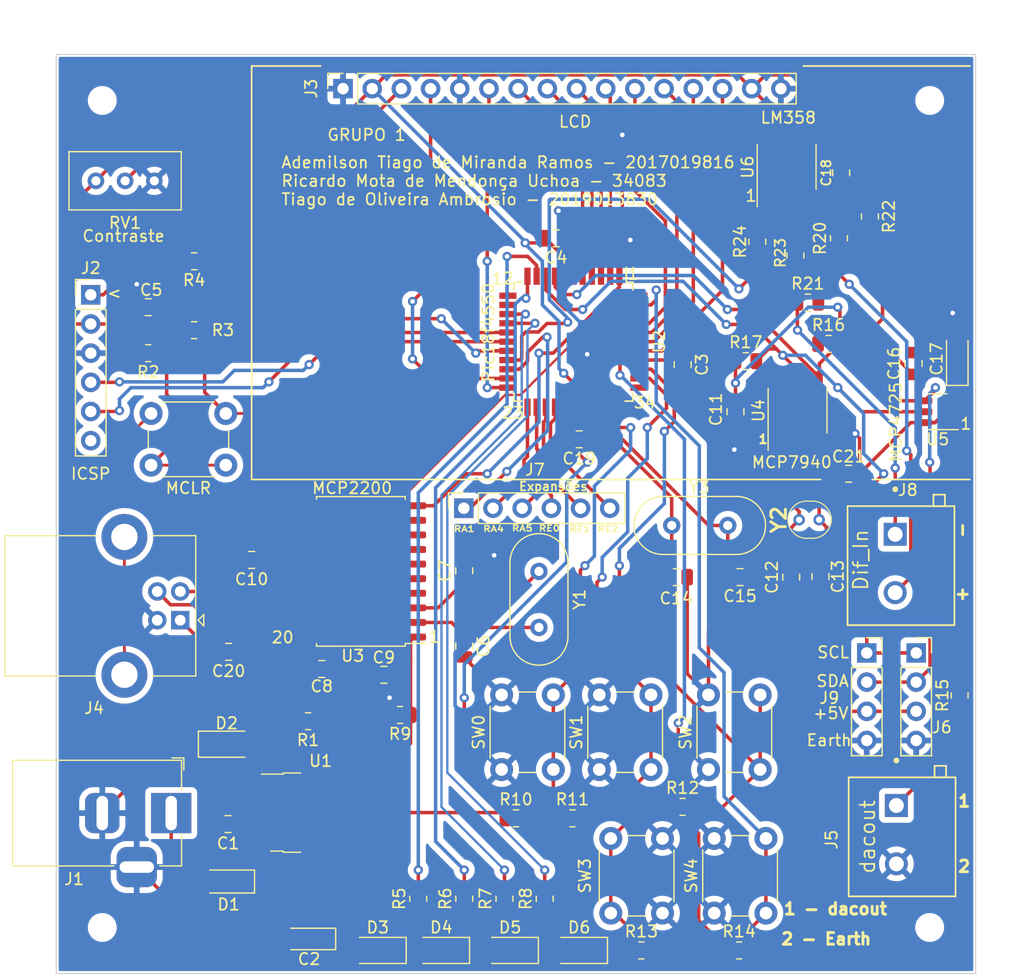
<source format=kicad_pcb>
(kicad_pcb (version 20221018) (generator pcbnew)
  (layers (0 "F.Cu" signal) (31 "B.Cu" signal) (34 "B.Paste" user) (35 "F.Paste" user) (36 "B.SilkS" user "B.Silkscreen") (37 "F.SilkS" user "F.Silkscreen") (38 "B.Mask" user) (39 "F.Mask" user) (44 "Edge.Cuts" user))
  (net 0 "")
  (net 1 "Net-(C1-Pad1)")
  (net 2 "Earth")
  (net 3 "+5V")
  (net 4 "/VUSB")
  (net 5 "Net-(C5-Pad1)")
  (net 6 "Net-(C6-Pad1)")
  (net 7 "Net-(C7-Pad1)")
  (net 8 "Net-(C8-Pad2)")
  (net 9 "Net-(C10-Pad1)")
  (net 10 "Net-(C12-Pad2)")
  (net 11 "Net-(C13-Pad2)")
  (net 12 "/POSC1")
  (net 13 "/POSC2")
  (net 14 "Net-(C20-Pad2)")
  (net 15 "Net-(C21-Pad2)")
  (net 16 "Net-(D1-Pad2)")
  (net 17 "Net-(D2-Pad2)")
  (net 18 "Net-(D3-Pad1)")
  (net 19 "Net-(D4-Pad1)")
  (net 20 "Net-(D5-Pad1)")
  (net 21 "Net-(D6-Pad1)")
  (net 22 "/MCLR")
  (net 23 "/PGD")
  (net 24 "/PGC")
  (net 26 "Net-(J3-Pad3)")
  (net 27 "/RS")
  (net 28 "/ENB")
  (net 29 "/RD7")
  (net 30 "/RD6")
  (net 31 "/RD5")
  (net 32 "/RD4")
  (net 33 "/RD3")
  (net 34 "/RD2")
  (net 35 "/RD1")
  (net 36 "/RD0")
  (net 37 "Net-(J4-Pad2)")
  (net 38 "Net-(J4-Pad3)")
  (net 39 "unconnected-(J4-Pad5)")
  (net 40 "Net-(J5-Pad1)")
  (net 41 "/SCL")
  (net 42 "/SDA")
  (net 43 "/RA5")
  (net 44 "/RA4")
  (net 45 "/AN1")
  (net 46 "/RE2")
  (net 47 "/RE1")
  (net 48 "/RE0")
  (net 49 "Net-(J8-Pad2)")
  (net 50 "Net-(J8-Pad1)")
  (net 51 "Net-(R2-Pad1)")
  (net 52 "/LED0")
  (net 53 "/LED1")
  (net 54 "/LED2")
  (net 55 "/LED3")
  (net 56 "/SW0")
  (net 57 "/SW1")
  (net 58 "/SW2")
  (net 59 "/SW3")
  (net 60 "/SW4")
  (net 61 "Net-(R15-Pad1)")
  (net 62 "Net-(R20-Pad2)")
  (net 63 "Net-(R21-Pad2)")
  (net 64 "Net-(R23-Pad2)")
  (net 65 "/AN0")
  (net 66 "/TX")
  (net 71 "/RX")
  (footprint "Capacitor_SMD:C_0805_2012Metric" (layer "F.Cu") (at 138.95 86.5 180)
    (fp_text reference "C21")
    (fp_text value "100nF")
  )
  (footprint "Resistor_SMD:R_0805_2012Metric" (layer "F.Cu") (at 148.6 105.8 -90)
    (fp_text reference "R15")
    (fp_text value "100")
  )
  (footprint "MountingHole:MountingHole_2.1mm" (layer "F.Cu") (at 146 126)
    (fp_text reference "REF**" hide)
    (fp_text value "MountingHole_2.1mm")
  )
  (footprint "Button_Switch_THT:SW_PUSH_6mm" (layer "F.Cu") (at 122.75 118.25 -90)
    (fp_text reference "SW3")
    (fp_text value "SW_Push")
  )
  (footprint "Resistor_SMD:R_0805_2012Metric" (layer "F.Cu") (at 140.8 64.1 -90)
    (fp_text reference "R22")
    (fp_text value "330R")
  )
  (footprint "LED_SMD:LED_1206_3216Metric_Pad1.42x1.75mm_HandSolder" (layer "F.Cu") (at 115.5 128 180)
    (fp_text reference "D6")
    (fp_text value "LED")
  )
  (footprint "Crystal_32KHZ_e_conector footprint:On_Shore_Technology-OSTTA024163-0-0-MFG" (layer "F.Cu") (at 143.6 117.61 -90)
    (fp_text reference "J5")
    (fp_text value "dacout")
  )
  (footprint "MountingHole:MountingHole_2.1mm" (layer "F.Cu") (at 74 54)
    (fp_text reference "REF**" hide)
    (fp_text value "MountingHole_2.1mm")
  )
  (footprint "Capacitor_SMD:C_0805_2012Metric" (layer "F.Cu") (at 78 72 180)
    (fp_text reference "C5")
    (fp_text value "100nF")
  )
  (footprint "Connector_BarrelJack:BarrelJack_Horizontal" (layer "F.Cu") (at 80 116.0425)
    (fp_text reference "J1")
    (fp_text value "Barrel_Jack_Switch")
  )
  (footprint "Package_TO_SOT_SMD:ATPAK-2" (layer "F.Cu") (at 93 116)
    (fp_text reference "U1")
    (fp_text value "LD1117DT50TR")
  )
  (footprint "Package_SO:SOIC-20W_7.5x12.8mm_P1.27mm" (layer "F.Cu") (at 96.5 95 180)
    (fp_text reference "U3")
    (fp_text value "MCP2200-I-SO")
  )
  (footprint "Resistor_SMD:R_0805_2012Metric" (layer "F.Cu") (at 124.5 115.5)
    (fp_text reference "R12")
    (fp_text value "1K")
  )
  (footprint "Button_Switch_THT:SW_PUSH_6mm" (layer "F.Cu") (at 127.25 124.75 90)
    (fp_text reference "SW4")
    (fp_text value "SW_Push")
  )
  (footprint "LED_SMD:LED_1206_3216Metric_Pad1.42x1.75mm_HandSolder" (layer "F.Cu") (at 84.825 110.0425)
    (fp_text reference "D2")
    (fp_text value "LED")
  )
  (footprint "Button_Switch_THT:SW_PUSH_6mm" (layer "F.Cu") (at 117.25 112.25 90)
    (fp_text reference "SW1")
    (fp_text value "SW_Push")
  )
  (footprint "Resistor_SMD:R_0805_2012Metric" (layer "F.Cu") (at 129.4125 128)
    (fp_text reference "R14")
    (fp_text value "1K")
  )
  (footprint "Capacitor_SMD:C_0805_2012Metric" (layer "F.Cu") (at 124.5 77 -90)
    (fp_text reference "C3")
    (fp_text value "100nF")
  )
  (footprint "Capacitor_SMD:C_0805_2012Metric" (layer "F.Cu") (at 129.5 95.5)
    (fp_text reference "C15")
    (fp_text value "22pF")
  )
  (footprint "Resistor_SMD:R_0805_2012Metric" (layer "F.Cu") (at 91.9125 108.0425 180)
    (fp_text reference "R1")
    (fp_text value "100")
  )
  (footprint "Capacitor_SMD:C_0805_2012Metric" (layer "F.Cu") (at 105.5 94.95 90)
    (fp_text reference "C7")
    (fp_text value "22pF")
  )
  (footprint "Capacitor_SMD:C_0805_2012Metric" (layer "F.Cu") (at 113.5 66 180)
    (fp_text reference "C4")
    (fp_text value "100nF")
  )
  (footprint "Capacitor_SMD:C_0805_2012Metric" (layer "F.Cu") (at 85 102 180)
    (fp_text reference "C20")
    (fp_text value "100nF")
  )
  (footprint "Capacitor_SMD:C_0805_2012Metric" (layer "F.Cu") (at 93.1 103.5)
    (fp_text reference "C8")
    (fp_text value "100nF")
  )
  (footprint "Capacitor_SMD:C_0805_2012Metric" (layer "F.Cu") (at 98.5 104)
    (fp_text reference "C9")
    (fp_text value "100nF")
  )
  (footprint "Capacitor_SMD:C_0805_2012Metric" (layer "F.Cu") (at 115.5 83.5 180)
    (fp_text reference "C19")
    (fp_text value "100nF")
  )
  (footprint "Button_Switch_THT:SW_PUSH_6mm" (layer "F.Cu") (at 126.75 112.25 90)
    (fp_text reference "SW2")
    (fp_text value "SW_Push")
  )
  (footprint "Connector_PinSocket_2.54mm:PinSocket_1x06_P2.54mm_Vertical" (layer "F.Cu") (at 105.46 89.5 90)
    (fp_text reference "J7")
    (fp_text value "Conn_01x06_Female")
  )
  (footprint "Capacitor_SMD:C_0805_2012Metric" (layer "F.Cu") (at 136.5 95.45 90)
    (fp_text reference "C13")
    (fp_text value "22pF")
  )
  (footprint "Capacitor_SMD:C_0805_2012Metric" (layer "F.Cu") (at 84.95 117 180)
    (fp_text reference "C1")
    (fp_text value "100nF")
  )
  (footprint "LED_SMD:LED_1206_3216Metric_Pad1.42x1.75mm_HandSolder" (layer "F.Cu") (at 103.5 128 180)
    (fp_text reference "D4")
    (fp_text value "LED")
  )
  (footprint "Resistor_SMD:R_0805_2012Metric" (layer "F.Cu") (at 109 123.5 90)
    (fp_text reference "R7")
    (fp_text value "100")
  )
  (footprint "Connector_PinSocket_2.54mm:PinSocket_1x04_P2.54mm_Vertical" (layer "F.Cu") (at 140.525 102.1)
    (fp_text reference "J9")
    (fp_text value "Conn_01x04_Female")
  )
  (footprint "Crystal:Crystal_HC49-4H_Vertical" (layer "F.Cu") (at 123.55 91)
    (fp_text reference "Y3")
    (fp_text value "20MHz")
  )
  (footprint "LED_SMD:LED_1206_3216Metric_Pad1.42x1.75mm_HandSolder" (layer "F.Cu") (at 109.4875 128 180)
    (fp_text reference "D5")
    (fp_text value "LED")
  )
  (footprint "Resistor_SMD:R_0805_2012Metric" (layer "F.Cu") (at 101.5 123.5 90)
    (fp_text reference "R5")
    (fp_text value "100")
  )
  (footprint "Crystal_32KHZ_e_conector footprint:On_Shore_Technology-OSTTA024163-0-0-MFG" (layer "F.Cu") (at 143.5 94 -90)
    (fp_text reference "J8")
    (fp_text value "Dif_In")
  )
  (footprint "Resistor_SMD:R_0805_2012Metric" (layer "F.Cu") (at 137.2 75.2)
    (fp_text reference "R16")
    (fp_text value "10K")
  )
  (footprint "Resistor_SMD:R_0805_2012Metric" (layer "F.Cu") (at 112.5 123.5 90)
    (fp_text reference "R8")
    (fp_text value "100")
  )
  (footprint "Package_SO:SOIC-8_3.9x4.9mm_P1.27mm" (layer "F.Cu") (at 133.55 59.800007 90)
    (fp_text reference "U6")
    (fp_text value "LM358")
  )
  (footprint "MountingHole:MountingHole_2.1mm" (layer "F.Cu") (at 146 54)
    (fp_text reference "REF**" hide)
    (fp_text value "MountingHole_2.1mm")
  )
  (footprint "Resistor_SMD:R_0805_2012Metric" (layer "F.Cu") (at 110 116.5)
    (fp_text reference "R10")
    (fp_text value "1K")
  )
  (footprint "Capacitor_SMD:C_0805_2012Metric" (layer "F.Cu") (at 129.1 81.1 -90)
    (fp_text reference "C11")
    (fp_text value "100nF")
  )
  (footprint "Resistor_SMD:R_0805_2012Metric" (layer "F.Cu") (at 105.5 123.5 90)
    (fp_text reference "R6")
    (fp_text value "100")
  )
  (footprint "Resistor_SMD:R_0805_2012Metric" (layer "F.Cu") (at 120.9125 128)
    (fp_text reference "R13")
    (fp_text value "1K")
  )
  (footprint "Capacitor_Tantalum_SMD:CP_EIA-3216-12_Kemet-S" (layer "F.Cu") (at 148.4 76.5 90)
    (fp_text reference "C17")
    (fp_text value "10uF")
  )
  (footprint "Resistor_SMD:R_0805_2012Metric" (layer "F.Cu") (at 114.9125 116.5)
    (fp_text reference "R11")
    (fp_text value "1K")
  )
  (footprint "Button_Switch_THT:SW_PUSH_6mm" (layer "F.Cu") (at 84.75 85.75 180)
    (fp_text reference "MCLR")
    (fp_text value "SW_Push")
  )
  (footprint "Capacitor_SMD:C_0805_2012Metric" (layer "F.Cu") (at 123.95 95.5)
    (fp_text reference "C14")
    (fp_text value "22pF")
  )
  (footprint "Package_QFP:TQFP-44_10x10mm_P0.8mm" (layer "F.Cu") (at 115 75 -90)
    (fp_text reference "U2")
    (fp_text value "PIC18F4550-IPT")
  )
  (footprint "Resistor_SMD:R_0805_2012Metric" (layer "F.Cu") (at 82 68 180)
    (fp_text reference "R4")
    (fp_text value "10K")
  )
  (footprint "Resistor_SMD:R_0805_2012Metric" (layer "F.Cu") (at 130 76.7)
    (fp_text reference "R17")
    (fp_text value "10K")
  )
  (footprint "Package_SO:SOIC-8_3.9x4.9mm_P1.27mm" (layer "F.Cu") (at 134.50001 80.99999 90)
    (fp_text reference "U4")
    (fp_text value "MCP7940N-xSN")
  )
  (footprint "Capacitor_SMD:C_0805_2012Metric" (layer "F.Cu") (at 133.95 95.5 90)
    (fp_text reference "C12")
    (fp_text value "22pF")
  )
  (footprint "Connector_PinSocket_2.54mm:PinSocket_1x16_P2.54mm_Vertical" (layer "F.Cu") (at 94.95 52.975 90)
    (fp_text reference "J3")
    (fp_text value "Conn_01x16_Female")
  )
  (footprint "Capacitor_SMD:C_0805_2012Metric" (layer "F.Cu") (at 144.6 76.9 -90)
    (fp_text reference "C16")
    (fp_text value "100nF")
  )
  (footprint "Connector_PinHeader_2.54mm:PinHeader_1x06_P2.54mm_Vertical" (layer "F.Cu") (at 73 70.92)
    (fp_text reference "J2")
    (fp_text value "Conn_01x06_Male")
  )
  (footprint "Diode_SMD:D_SOD-123" (layer "F.Cu") (at 85 122 180)
    (fp_text reference "D1")
    (fp_text value "D_Schottky")
  )
  (footprint "Resistor_SMD:R_0805_2012Metric" (layer "F.Cu") (at 78 76 180)
    (fp_text reference "R2")
    (fp_text value "100")
  )
  (footprint "Resistor_SMD:R_0805_2012Metric" (layer "F.Cu") (at 99.9125 107.5 180)
    (fp_text reference "R9")
    (fp_text value "10K")
  )
  (footprint "Connector_USB:USB_B_Lumberg_2411_02_Horizontal" (layer "F.Cu") (at 80.7875 99.25 180)
    (fp_text reference "J4")
    (fp_text value "USB_A")
  )
  (footprint "Resistor_SMD:R_0805_2012Metric" (layer "F.Cu") (at 135.4 71.6)
    (fp_text reference "R21")
    (fp_text value "1k")
  )
  (footprint "Package_TO_SOT_SMD:SOT-23-6" (layer "F.Cu") (at 146.7 81.1 180)
    (fp_text reference "U5")
    (fp_text value "MCP4725A0T-E/CH")
  )
  (footprint "Capacitor_SMD:C_0805_2012Metric" (layer "F.Cu") (at 87 94 180)
    (fp_text reference "C10")
    (fp_text value "220nF")
  )
  (footprint "Connector_PinSocket_2.54mm:PinSocket_1x04_P2.54mm_Vertical" (layer "F.Cu") (at 144.825 102.1)
    (fp_text reference "J6")
    (fp_text value "Conn_01x04_Female")
  )
  (footprint "Resistor_SMD:R_0805_2012Metric" (layer "F.Cu") (at 134.3125 67.5 -90)
    (fp_text reference "R23")
    (fp_text value "330R")
  )
  (footprint "Resistor_SMD:R_0805_2012Metric" (layer "F.Cu") (at 131 66.3 -90)
    (fp_text reference "R24")
    (fp_text value "100")
  )
  (footprint "Resistor_SMD:R_0805_2012Metric" (layer "F.Cu") (at 138.1 66 90)
    (fp_text reference "R20")
    (fp_text value "1k")
  )
  (footprint "Capacitor_SMD:C_0805_2012Metric" (layer "F.Cu") (at 138.3 60.3 90)
    (fp_text reference "C18")
    (fp_text value "100nF")
  )
  (footprint "MountingHole:MountingHole_2.1mm" (layer "F.Cu") (at 74 126)
    (fp_text reference "REF**" hide)
    (fp_text value "MountingHole_2.1mm")
  )
  (footprint "Resistor_SMD:R_0805_2012Metric" (layer "F.Cu") (at 82 74)
    (fp_text reference "R3")
    (fp_text value "10K")
  )
  (footprint "Button_Switch_THT:SW_PUSH_6mm" (layer "F.Cu") (at 108.75 112.25 90)
    (fp_text reference "SW0")
    (fp_text value "SW_Push")
  )
  (footprint "Capacitor_Tantalum_SMD:CP_EIA-3216-12_Kemet-S" (layer "F.Cu") (at 92 127 180)
    (fp_text reference "C2")
    (fp_text value "10uF")
  )
  (footprint "Crystal:Crystal_HC49-4H_Vertical" (layer "F.Cu") (at 112 95 -90)
    (fp_text reference "Y1")
    (fp_text value "12MHz")
  )
  (footprint "Crystal_32KHZ_e_conector footprint:AB38T32768KHZ" (layer "F.Cu") (at 135.000009 90.499997 90)
    (fp_text reference "Y2")
    (fp_text value "32,768KHz" hide)
  )
  (footprint "Potentiometer_THT:Potentiometer_Bourns_3296W_Vertical" (layer "F.Cu") (at 73.45 61 180)
    (fp_text reference "RV1")
    (fp_text value "10K")
  )
  (footprint "LED_SMD:LED_1206_3216Metric_Pad1.42x1.75mm_HandSolder" (layer "F.Cu") (at 97.9875 128 180)
    (fp_text reference "D3")
    (fp_text value "LED")
  )
  (footprint "Capacitor_SMD:C_0805_2012Metric" (layer "F.Cu") (at 105.5 101.5 -90)
    (fp_text reference "C6")
    (fp_text value "22pF")
  )
  (gr_line (start 87 51) (end 87 87) (stroke (width 0.15)) (layer "F.SilkS"))
  (gr_line (start 93 51) (end 87 51) (stroke (width 0.15)) (layer "F.SilkS"))
  (gr_line (start 87 87) (end 136.5 87) (stroke (width 0.15)) (layer "F.SilkS"))
  (gr_line (start 149.5 87) (end 141 87) (stroke (width 0.15)) (layer "F.SilkS"))
  (gr_line (start 135 51) (end 149.5 51) (stroke (width 0.15)) (layer "F.SilkS"))
  (gr_line (start 70 50) (end 150 50) (stroke (width 0.1)) (layer "Edge.Cuts"))
  (gr_line (start 70 130) (end 70 50) (stroke (width 0.1)) (layer "Edge.Cuts"))
  (gr_line (start 150 50) (end 150 130) (stroke (width 0.1)) (layer "Edge.Cuts"))
  (gr_line (start 150 130) (end 70 130) (stroke (width 0.1)) (layer "Edge.Cuts"))
  (gr_text "Expansões\n" (at 113.25 87.6) (layer "F.SilkS") (effects (font (size 0.762 0.762))))
  (gr_text "RE0" (at 112.9 91.25) (layer "F.SilkS") (effects (font (size 0.508 0.635) (thickness 0.127))))
  (gr_text "SDA\n" (at 137.55 104.55) (layer "F.SilkS") (effects (font (size 1 1))))
  (gr_text "34\n" (at 121.2 80.3) (layer "F.SilkS") (effects (font (size 1 1))))
  (gr_text "1\n" (at 149.15 82.15) (layer "F.SilkS") (effects (font (size 1 1))))
  (gr_text "RE2" (at 118 91.3) (layer "F.SilkS") (effects (font (size 0.508 0.635) (thickness 0.127))))
  (gr_text "1" (at 120.2 69.1) (layer "F.SilkS") (effects (font (size 1 1))))
  (gr_text "MCP4725\n" (at 143.05 82 90) (layer "F.SilkS") (effects (font (size 1 1))))
  (gr_text "ICSP\n" (at 73 86.5) (layer "F.SilkS") (effects (font (size 1 1))))
  (gr_text "RA5\n" (at 110.55 91.25) (layer "F.SilkS") (effects (font (size 0.508 0.635) (thickness 0.127))))
  (gr_text "MCP7940\n" (at 134 85.5) (layer "F.SilkS") (effects (font (size 1 1))))
  (gr_text "23\n" (at 109.75 81.2) (layer "F.SilkS") (effects (font (size 1 1))))
  (gr_text "1\n" (at 131.5 83.5) (layer "F.SilkS") (effects (font (size 0.762 0.762) (thickness 0.1905))))
  (gr_text "RA4\n" (at 108.05 91.3) (layer "F.SilkS") (effects (font (size 0.508 0.635) (thickness 0.127))))
  (gr_text "+5V\n" (at 137.4 107.35) (layer "F.SilkS") (effects (font (size 1 1))))
  (gr_text "RA1" (at 105.5 91.3) (layer "F.SilkS") (effects (font (size 0.508 0.635) (thickness 0.127))))
  (gr_text "MCP2200\n" (at 95.75 87.75) (layer "F.SilkS") (effects (font (size 1 1))))
  (gr_text "Contraste" (at 75.85 65.8) (layer "F.SilkS") (effects (font (size 1 1))))
  (gr_text "1\n" (at 130.45 62.3) (layer "F.SilkS") (effects (font (size 1 1))))
  (gr_text "LM358\n" (at 133.7 55.5) (layer "F.SilkS") (effects (font (size 1 1))))
  (gr_text "2\n\n" (at 149.000007 121.500011) (layer "F.SilkS") (effects (font (size 1.016 1.016) (thickness 0.254))))
  (gr_text "1" (at 102.9 100.7) (layer "F.SilkS") (effects (font (size 1 1))))
  (gr_text "20\n" (at 89.7 100.75) (layer "F.SilkS") (effects (font (size 1 1))))
  (gr_text "+\n" (at 148.8 97.000009 90) (layer "F.SilkS") (effects (font (size 1.016 1.016) (thickness 0.254))))
  (gr_text "Earth\n" (at 137.25 109.7) (layer "F.SilkS") (effects (font (size 1 1))))
  (gr_text "SCL\n" (at 137.6 102.05) (layer "F.SilkS") (effects (font (size 1 1))))
  (gr_text "-\n" (at 148.8 91.4 90) (layer "F.SilkS") (effects (font (size 1.016 1.016) (thickness 0.254))))
  (gr_text "Ademilson Tiago de Miranda Ramos - 2017019816\nRicardo Mota de Mendonça Uchoa - 34083\nTiago de Oliveira Ambrosio - 2019013830" (at 89.5 61) (layer "F.SilkS") (effects (font (size 1 1)) (justify left)))
  (gr_text "RE1" (at 115.55 91.3) (layer "F.SilkS") (effects (font (size 0.508 0.635) (thickness 0.127))))
  (gr_text "1" (at 149.000007 114.999999) (layer "F.SilkS") (effects (font (size 1.016 1.016) (thickness 0.254))))
  (gr_text "GRUPO 1" (at 97 57) (layer "F.SilkS") (effects (font (size 1 1))))
  (gr_text "1 - dacout\n\n" (at 137.8 125.2) (layer "F.SilkS") (effects (font (size 1.016 1.016) (thickness 0.254))))
  (gr_text "12\n" (at 108.85 69.5) (layer "F.SilkS") (effects (font (size 1 1))))
  (gr_text "<" (at 75.05 70.75) (layer "F.SilkS") (effects (font (size 1 1))))
  (gr_text "2 - Earth\n" (at 137.000005 127) (layer "F.SilkS") (effects (font (size 1.016 1.016) (thickness 0.254))))
  (gr_text "LCD\n" (at 115.15 55.85) (layer "F.SilkS") (effects (font (size 1 1))))
  (gr_text "Pic18f4550\n" (at 107.6 74.2 90) (layer "F.SilkS") (effects (font (size 1 1))))
  (segment (start 86.65 122) (end 86.65 120.3) (width 0.3048) (layer "F.Cu") (net 1))
  (segment (start 86.65 120.3) (end 88.65 118.3) (width 0.3048) (layer "F.Cu") (net 1))
  (segment (start 88.65 118.3) (end 87.2 118.3) (width 0.3048) (layer "F.Cu") (net 1))
  (segment (start 87.2 118.3) (end 85.9 117) (width 0.3048) (layer "F.Cu") (net 1))
  (segment (start 92.15 103.5) (end 92.15 101.015) (width 0.3048) (layer "F.Cu") (net 2))
  (segment (start 78.5 94) (end 77 95.5) (width 0.3048) (layer "F.Cu") (net 2))
  (segment (start 145.5625 82.05) (end 144.35 82.05) (width 0.3048) (layer "F.Cu") (net 2))
  (segment (start 83.2575 127) (end 77 120.7425) (width 0.3048) (layer "F.Cu") (net 2))
  (segment (start 145.4 75.15) (end 148.4 75.15) (width 0.3048) (layer "F.Cu") (net 2))
  (segment (start 90.75 101.815) (end 91.85 100.715) (width 0.3048) (layer "F.Cu") (net 2))
  (segment (start 105.5 94) (end 107.7 94) (width 0.3048) (layer "F.Cu") (net 2))
  (segment (start 77.05 70.05) (end 77 70) (width 0.3048) (layer "F.Cu") (net 2))
  (segment (start 133.05 52.975) (end 136.575 52.975) (width 0.3048) (layer "F.Cu") (net 2))
  (segment (start 84 110.705) (end 83.3375 110.0425) (width 0.3048) (layer "F.Cu") (net 2))
  (segment (start 126.75 105.75) (end 126.75 100.25) (width 0.3048) (layer "F.Cu") (net 2))
  (segment (start 136.405 83.475) (end 136.875 83.475) (width 0.3048) (layer "F.Cu") (net 2))
  (segment (start 80 110.0425) (end 74 116.0425) (width 0.3048) (layer "F.Cu") (net 2))
  (segment (start 128.6 82.05) (end 124.5 77.95) (width 0.3048) (layer "F.Cu") (net 2))
  (segment (start 128.999996 84.400009) (end 128.999996 82.150004) (width 0.3048) (layer "F.Cu") (net 2))
  (segment (start 124.9 103.9) (end 126.75 105.75) (width 0.3048) (layer "F.Cu") (net 2))
  (segment (start 140.2375 63.1875) (end 138.3 61.25) (width 0.3048) (layer "F.Cu") (net 2))
  (segment (start 148.4 72.9) (end 148 72.5) (width 0.3048) (layer "F.Cu") (net 2))
  (segment (start 115 66.55) (end 115 69.3) (width 0.3048) (layer "F.Cu") (net 2))
  (segment (start 141.1 57.5) (end 141.1 58.45) (width 0.3048) (layer "F.Cu") (net 2))
  (segment (start 115.8 82.85) (end 115.8 80.7) (width 0.3048) (layer "F.Cu") (net 2))
  (segment (start 136.875 83.475) (end 139.9 86.5) (width 0.3048) (layer "F.Cu") (net 2))
  (segment (start 97.55 104.55) (end 99 106) (width 0.3048) (layer "F.Cu") (net 2))
  (segment (start 145.5625 82.05) (end 146.460653 82.05) (width 0.3048) (layer "F.Cu") (net 2))
  (segment (start 133.95 96.45) (end 136.45 96.45) (width 0.3048) (layer "F.Cu") (net 2))
  (segment (start 124.9 95.5) (end 124.9 103.9) (width 0.3048) (layer "F.Cu") (net 2))
  (segment (start 90.65 127) (end 83.2575 127) (width 0.3048) (layer "F.Cu") (net 2))
  (segment (start 105.5 102.5) (end 108.75 105.75) (width 0.3048) (layer "F.Cu") (net 2))
  (segment (start 84 117) (end 84 110.705) (width 0.3048) (layer "F.Cu") (net 2))
  (segment (start 114.45 66) (end 114.45 64.349999) (width 0.3048) (layer "F.Cu") (net 2))
  (segment (start 85.95 102) (end 90.565 102) (width 0.3048) (layer "F.Cu") (net 2))
  (segment (start 131.4 96.45) (end 130.45 95.5) (width 0.3048) (layer "F.Cu") (net 2))
  (segment (start 130.45 96.55) (end 130.45 95.5) (width 0.3048) (layer "F.Cu") (net 2))
  (segment (start 87.3 113.7) (end 84 117) (width 0.3048) (layer "F.Cu") (net 2))
  (segment (start 107.7 94) (end 108.1 93.6) (width 0.3048) (layer "F.Cu") (net 2))
  (segment (start 144.6 75.95) (end 145.4 75.15) (width 0.3048) (layer "F.Cu") (net 2))
  (segment (start 146.460653 82.05) (end 147.410653 81.1) (width 0.3048) (layer "F.Cu") (net 2))
  (segment (start 115.8 80.7) (end 115.8 76.5) (width 0.3048) (layer "F.Cu") (net 2))
  (segment (start 133.95 96.45) (end 131.4 96.45) (width 0.3048) (layer "F.Cu") (net 2))
  (segment (start 73 76) (end 77.0875 76) (width 0.3048) (layer "F.Cu") (net 2))
  (segment (start 148.4 75.15) (end 148.4 72.9) (width 0.3048) (layer "F.Cu") (net 2))
  (segment (start 119.95 66.15) (end 119.25 65.45) (width 0.3048) (layer "F.Cu") (net 2))
  (segment (start 119.25 65.45) (end 119.25 57) (width 0.3048) (layer "F.Cu") (net 2))
  (segment (start 136.575 52.975) (end 141.1 57.5) (width 0.3048) (layer "F.Cu") (net 2))
  (segment (start 115.8 76.5) (end 116.2 76.1) (width 0.3048) (layer "F.Cu") (net 2))
  (segment (start 147.410653 81.1) (end 147.8375 81.1) (width 0.3048) (layer "F.Cu") (net 2))
  (segment (start 105.5 102.45) (end 105.5 102.5) (width 0.3048) (layer "F.Cu") (net 2))
  (segment (start 140.8 63.1875) (end 140.2375 63.1875) (width 0.3048) (layer "F.Cu") (net 2))
  (segment (start 128.999996 82.150004) (end 129.1 82.05) (width 0.3048) (layer "F.Cu") (net 2))
  (segment (start 126.75 100.25) (end 130.45 96.55) (width 0.3048) (layer "F.Cu") (net 2))
  (segment (start 137.275 62.275) (end 138.3 61.25) (width 0.3048) (layer "F.Cu") (net 2))
  (segment (start 86.05 94) (end 78.5 94) (width 0.3048) (layer "F.Cu") (net 2))
  (segment (start 88.65 113.7) (end 87.3 113.7) (width 0.3048) (layer "F.Cu") (net 2))
  (segment (start 84.86988 108.51012) (end 83.3375 110.0425) (width 0.3048) (layer "F.Cu") (net 2))
  (segment (start 139.9 83.4) (end 139.5 83) (width 0.3048) (layer "F.Cu") (net 2))
  (segment (start 77.05 72) (end 77.05 70.05) (width 0.3048) (layer "F.Cu") (net 2))
  (segment (start 116.45 83.5) (end 115.8 82.85) (width 0.3048) (layer "F.Cu") (net 2))
  (segment (start 92.15 101.015) (end 91.85 100.715) (width 0.3048) (layer "F.Cu") (net 2))
  (segment (start 77 95.5) (end 77 97.4625) (width 0.3048) (layer "F.Cu") (net 2))
  (segment (start 114.45 66) (end 115 66.55) (width 0.3048) (layer "F.Cu") (net 2))
  (segment (start 114.45 64.349999) (end 113.700001 63.6) (width 0.3048) (layer "F.Cu") (net 2))
  (segment (start 77 97.4625) (end 78.7875 99.25) (width 0.3048) (layer "F.Cu") (net 2))
  (segment (start 90.565 102) (end 91.85 100.715) (width 0.3048) (layer "F.Cu") (net 2))
  (segment (start 85.95 102) (end 84.86988 103.08012) (width 0.3048) (layer "F.Cu") (net 2))
  (segment (start 84.86988 103.08012) (end 84.86988 108.51012) (width 0.3048) (layer "F.Cu") (net 2))
  (segment (start 141.1 58.45) (end 138.3 61.25) (width 0.3048) (layer "F.Cu") (net 2))
  (segment (start 97.55 104) (end 97.55 104.55) (width 0.3048) (layer "F.Cu") (net 2))
  (segment (start 136.45 96.45) (end 136.5 96.4) (width 0.3048) (layer "F.Cu") (net 2))
  (segment (start 135.455 62.275) (end 137.275 62.275) (width 0.3048) (layer "F.Cu") (net 2))
  (segment (start 139.9 86.5) (end 139.9 83.4) (width 0.3048) (layer "F.Cu") (net 2))
  (segment (start 144.35 82.05) (end 139.9 86.5) (width 0.3048) (layer "F.Cu") (net 2))
  (segment (start 83.3375 110.0425) (end 80 110.0425) (width 0.3048) (layer "F.Cu") (net 2))
  (segment (start 129.1 82.05) (end 128.6 82.05) (width 0.3048) (layer "F.Cu") (net 2))
  (via (at 139.5 83) (size 0.8) (drill 0.4) (layers "F.Cu" "B.Cu") (net 2))
  (via (at 113.700001 63.6) (size 0.8) (drill 0.4) (layers "F.Cu" "B.Cu") (net 2))
  (via (at 77 70) (size 0.8) (drill 0.4) (layers "F.Cu" "B.Cu") (net 2))
  (via (at 99 106) (size 0.8) (drill 0.4) (layers "F.Cu" "B.Cu") (net 2))
  (via locked (at 128.999996 84.400009) (size 0.8) (drill 0.4) (layers "F.Cu" "B.Cu") (net 2))
  (via (at 119.95 66.15) (size 0.8) (drill 0.4) (layers "F.Cu" "B.Cu") (net 2))
  (via (at 108.1 93.6) (size 0.8) (drill 0.4) (layers "F.Cu" "B.Cu") (net 2))
  (via (at 119.25 57) (size 0.8) (drill 0.4) (layers "F.Cu" "B.Cu") (net 2))
  (via (at 116.2 76.1) (size 0.8) (drill 0.4) (layers "F.Cu" "B.Cu") (net 2))
  (via (at 148 72.5) (size 0.8) (drill 0.4) (layers "F.Cu" "B.Cu") (net 2))
  (segment (start 105.850004 107.85) (end 106.650003 107.85) (width 0.3048) (layer "B.Cu") (net 2))
  (segment (start 113.700001 71.432112) (end 113.700001 63.6) (width 0.3048) (layer "B.Cu") (net 2))
  (segment (start 104.699994 102.099999) (end 104.699994 106.69999) (width 0.3048) (layer "B.Cu") (net 2))
  (segment (start 108.100012 98.700006) (end 104.699994 102.099999) (width 0.3048) (layer "B.Cu") (net 2))
  (segment (start 116.2 73.932111) (end 113.700001 71.432112) (width 0.3048) (layer "B.Cu") (net 2))
  (segment (start 108.100012 93.599991) (end 108.100012 98.700006) (width 0.3048) (layer "B.Cu") (net 2))
  (segment (start 116.2 76.1) (end 116.2 73.932111) (width 0.3048) (layer "B.Cu") (net 2))
  (segment (start 104.699994 106.69999) (end 105.850004 107.85) (width 0.3048) (layer "B.Cu") (net 2))
  (segment (start 106.650003 107.85) (end 108.749998 105.750004) (width 0.3048) (layer "B.Cu") (net 2))
  (segment (start 121.05512 129.05512) (end 120 128) (width 0.3048) (layer "F.Cu") (net 3))
  (segment (start 129.1 80.15) (end 130.97 80.15) (width 0.3048) (layer "F.Cu") (net 3))
  (segment (start 100.825 102.825) (end 100.825 102.675) (width 0.3048) (layer "F.Cu") (net 3))
  (segment (start 125.894889 117.807389) (end 125.894889 125.394889) (width 0.3048) (layer "F.Cu") (net 3))
  (segment (start 131.645 57.325) (end 131.645 55.755) (width 0.3048) (layer "F.Cu") (net 3))
  (segment (start 138.1875 73.3) (end 136.2875 75.2) (width 0.3048) (layer "F.Cu") (net 3))
  (segment (start 115 83.05) (end 115 80.7) (width 0.3048) (layer "F.Cu") (net 3))
  (segment (start 112.55 66) (end 114.2 67.65) (width 0.3048) (layer "F.Cu") (net 3))
  (segment (start 125.894889 125.394889) (end 128.5 128) (width 0.3048) (layer "F.Cu") (net 3))
  (segment (start 129.55512 129.05512) (end 130.94488 129.05512) (width 0.3048) (layer "F.Cu") (net 3))
  (segment (start 100.825 101.04) (end 101.15 100.715) (width 0.3048) (layer "F.Cu") (net 3))
  (segment (start 129.1 76.7125) (end 129.0875 76.7) (width 0.3048) (layer "F.Cu") (net 3))
  (segment (start 118.76988 129.23012) (end 115.24262 129.23012) (width 0.3048) (layer "F.Cu") (net 3))
  (segment (start 114.55 83.85) (end 116.2 85.5) (width 0.3048) (layer "F.Cu") (net 3))
  (segment (start 114 116.5) (end 112.94488 117.55512) (width 0.3048) (layer "F.Cu") (net 3))
  (segment (start 115.24262 129.23012) (end 114.0125 128) (width 0.3048) (layer "F.Cu") (net 3))
  (segment (start 114.0125 128) (end 112.78238 129.23012) (width 0.3048) (layer "F.Cu") (net 3))
  (segment (start 110.8 66.4) (end 112.15 66.4) (width 0.3048) (layer "F.Cu") (net 3))
  (segment (start 135.574347 55.755) (end 131.645 55.755) (width 0.3048) (layer "F.Cu") (net 3))
  (segment (start 99.45 104) (end 99.65 104) (width 0.3048) (layer "F.Cu") (net 3))
  (segment (start 115 78.6) (end 114.999978 78.6) (width 0.3048) (layer "F.Cu") (net 3))
  (segment (start 94.8 110.0175) (end 92.825 108.0425) (width 0.3048) (layer "F.Cu") (net 3))
  (segment (start 94.8 116) (end 108.5875 116) (width 0.3048) (layer "F.Cu") (net 3))
  (segment (start 141.9 57.4) (end 141.9 73) (width 0.3048) (layer "F.Cu") (net 3))
  (segment (start 138.1875 72.1875) (end 138.1875 73.3) (width 0.3048) (layer "F.Cu") (net 3))
  (segment (start 144.55 77.85) (end 140.8 74.1) (width 0.3048) (layer "F.Cu") (net 3))
  (segment (start 112.94488 117.55512) (end 110.14262 117.55512) (width 0.3048) (layer "F.Cu") (net 3))
  (segment (start 109.23012 129.23012) (end 108 128) (width 0.3048) (layer "F.Cu") (net 3))
  (segment (start 109.0875 116.5) (end 105.5 112.9125) (width 0.3048) (layer "F.Cu") (net 3))
  (segment (start 114.55 83.5) (end 114.55 83.85) (width 0.3048) (layer "F.Cu") (net 3))
  (segment (start 71.46 73.46) (end 71 73) (width 0.3048) (layer "F.Cu") (net 3))
  (segment (start 141.9 73) (end 140.8 74.1) (width 0.3048) (layer "F.Cu") (net 3))
  (segment (start 138 72) (end 138.1875 72.1875) (width 0.3048) (layer "F.Cu") (net 3))
  (segment (start 95.5 127) (end 93.35 127) (width 0.3048) (layer "F.Cu") (net 3))
  (segment (start 96.5 128) (end 95.5 127) (width 0.3048) (layer "F.Cu") (net 3))
  (segment (start 80.5475 73.46) (end 73 73.46) (width 0.3048) (layer "F.Cu") (net 3))
  (segment (start 100.825 102.675) (end 100.825 101.04) (width 0.3048) (layer "F.Cu") (net 3))
  (segment (start 100.825 107.5) (end 100.825 102.825) (width 0.3048) (layer "F.Cu") (net 3))
  (segment (start 144.6 77.85) (end 148.4 77.85) (width 0.3048) (layer "F.Cu") (net 3))
  (segment (start 147.8375 78.4125) (end 148.4 77.85) (width 0.3048) (layer "F.Cu") (net 3))
  (segment (start 140.8 74.1) (end 140 73.3) (width 0.3048) (layer "F.Cu") (net 3))
  (segment (start 130.97 80.15) (end 132.595 78.525) (width 0.3048) (layer "F.Cu") (net 3))
  (segment (start 77.45 57) (end 93.465 57) (width 0.3048) (layer "F.Cu") (net 3))
  (segment (start 108.5875 116) (end 109.0875 116.5) (width 0.3048) (layer "F.Cu") (net 3))
  (segment (start 138.3 59.35) (end 138.3 58.480653) (width 0.3048) (layer "F.Cu") (net 3))
  (segment (start 94.8 125.55) (end 93.35 127) (width 0.3048) (layer "F.Cu") (net 3))
  (segment (start 94.8 116) (end 100.825 109.975) (width 0.3048) (layer "F.Cu") (net 3))
  (segment (start 131.715111 51.769889) (end 136.269889 51.769889) (width 0.3048) (layer "F.Cu") (net 3))
  (segment (start 147.8375 80.15) (end 147.8375 78.4125) (width 0.3048) (layer "F.Cu") (net 3))
  (segment (start 97.73012 129.23012) (end 96.5 128) (width 0.3048) (layer "F.Cu") (net 3))
  (segment (start 140 73.3) (end 138.1875 73.3) (width 0.3048) (layer "F.Cu") (net 3))
  (segment (start 120 128) (end 118.76988 129.23012) (width 0.3048) (layer "F.Cu") (net 3))
  (segment (start 71 63.45) (end 73.45 61) (width 0.3048) (layer "F.Cu") (net 3))
  (segment (start 130.51 52.975) (end 129.304889 51.769889) (width 0.3048) (layer "F.Cu") (net 3))
  (segment (start 114.2 67.65) (end 114.2 69.3) (width 0.3048) (layer "F.Cu") (net 3))
  (segment (start 144.6 77.85) (end 144.55 77.85) (width 0.3048) (layer "F.Cu") (net 3))
  (segment (start 130.51 52.975) (end 131.715111 51.769889) (width 0.3048) (layer "F.Cu") (net 3))
  (segment (start 99.65 104) (end 100.825 102.825) (width 0.3048) (layer "F.Cu") (net 3))
  (segment (start 100.78238 129.23012) (end 97.73012 129.23012) (width 0.3048) (layer "F.Cu") (net 3))
  (segment (start 131.645 54.11) (end 130.51 52.975) (width 0.3048) (layer "F.Cu") (net 3))
  (segment (start 128.5 128) (end 127.44488 129.05512) (width 0.3048) (layer "F.Cu") (net 3))
  (segment (start 106.76988 129.23012) (end 103.24262 129.23012) (width 0.3048) (layer "F.Cu") (net 3))
  (segment (start 131.645 55.755) (end 131.645 54.11) (width 0.3048) (layer "F.Cu") (net 3))
  (segment (start 112.15 66.4) (end 112.55 66) (width 0.3048) (layer "F.Cu") (net 3))
  (segment (start 100.825 109.975) (end 100.825 107.5) (width 0.3048) (layer "F.Cu") (net 3))
  (segment (start 123.5875 115.5) (end 125.894889 117.807389) (width 0.3048) (layer "F.Cu") (net 3))
  (segment (start 136.5 108) (end 137.32 107.18) (width 0.3048) (layer "F.Cu") (net 3))
  (segment (start 128.5 128) (end 129.55512 129.05512) (width 0.3048) (layer "F.Cu") (net 3))
  (segment (start 73.45 61) (end 77.45 57) (width 0.3048) (layer "F.Cu") (net 3))
  (segment (start 129.1 80.15) (end 129.1 76.7125) (width 0.3048) (layer "F.Cu") (net 3))
  (segment (start 81.0875 74) (end 80.5475 73.46) (width 0.3048) (layer "F.Cu") (net 3))
  (segment (start 115 80.7) (end 115 78.6) (width 0.3048) (layer "F.Cu") (net 3))
  (segment (start 98.695111 51.769889) (end 97.49 52.975) (width 0.3048) (layer "F.Cu") (net 3))
  (segment (start 93.465 57) (end 97.49 52.975) (width 0.3048) (layer "F.Cu") (net 3))
  (segment (start 114.55 83.5) (end 115 83.05) (width 0.3048) (layer "F.Cu") (net 3))
  (segment (start 102.0125 128) (end 100.78238 129.23012) (width 0.3048) (layer "F.Cu") (net 3))
  (segment (start 94.8 116) (end 94.8 125.55) (width 0.3048) (layer "F.Cu") (net 3))
  (segment (start 127.44488 129.05512) (end 121.05512 129.05512) (width 0.3048) (layer "F.Cu") (net 3))
  (segment (start 140.525 107.18) (end 144.825 107.18) (width 0.3048) (layer "F.Cu") (net 3))
  (segment (start 110.14262 117.55512) (end 109.0875 116.5) (width 0.3048) (layer "F.Cu") (net 3))
  (segment (start 94.8 116) (end 94.8 110.0175) (width 0.3048) (layer "F.Cu") (net 3))
  (segment (start 136.269889 51.769889) (end 141.9 57.4) (width 0.3048) (layer "F.Cu") (net 3))
  (segment (start 103.24262 129.23012) (end 102.0125 128) (width 0.3048) (layer "F.Cu") (net 3))
  (segment (start 108 128) (end 106.76988 129.23012) (width 0.3048) (layer "F.Cu") (net 3))
  (segment (start 73 73.46) (end 71.46 73.46) (width 0.3048) (layer "F.Cu") (net 3))
  (segment (start 112.78238 129.23012) (end 109.23012 129.23012) (width 0.3048) (layer "F.Cu") (net 3))
  (segment (start 129.304889 51.769889) (end 98.695111 51.769889) (width 0.3048) (layer "F.Cu") (net 3))
  (segment (start 137.32 107.18) (end 140.525 107.18) (width 0.3048) (layer "F.Cu") (net 3))
  (segment (start 130.94488 129.05512) (end 136.5 123.5) (width 0.3048) (layer "F.Cu") (net 3))
  (segment (start 114.999978 78.6) (end 114.149988 77.75001) (width 0.3048) (layer "F.Cu") (net 3))
  (segment (start 105.5 112.9125) (end 105.5 106) (width 0.3048) (layer "F.Cu") (net 3))
  (segment (start 136.5 123.5) (end 136.5 108) (width 0.3048) (layer "F.Cu") (net 3))
  (segment (start 138.3 58.480653) (end 135.574347 55.755) (width 0.3048) (layer "F.Cu") (net 3))
  (segment (start 71 73) (end 71 63.45) (width 0.3048) (layer "F.Cu") (net 3))
  (via (at 129.1 78.6) (size 0.8) (drill 0.4) (layers "F.Cu" "B.Cu") (net 3))
  (via (at 114.149988 77.75001) (size 0.8) (drill 0.4) (layers "F.Cu" "B.Cu") (net 3))
  (via (at 116.2 85.5) (size 0.8) (drill 0.4) (layers "F.Cu" "B.Cu") (net 3))
  (via (at 110.8 66.4) (size 0.8) (drill 0.4) (layers "F.Cu" "B.Cu") (net 3))
  (via (at 138 72) (size 0.8) (drill 0.4) (layers "F.Cu" "B.Cu") (net 3))
  (via (at 105.5 106) (size 0.8) (drill 0.4) (layers "F.Cu" "B.Cu") (net 3))
  (segment (start 129.1 78.332111) (end 135.432111 72) (width 0.3048) (layer "B.Cu") (net 3))
  (segment (start 114.149988 77.75001) (end 114.149988 77.749988) (width 0.3048) (layer "B.Cu") (net 3))
  (segment (start 113.744889 77.344889) (end 113.744889 73.244889) (width 0.3048) (layer "B.Cu") (net 3))
  (segment (start 112.3 71.8) (end 112.3 68) (width 0.3048) (layer "B.Cu") (net 3))
  (segment (start 114.414889 94.185111) (end 114.414889 87.285111) (width 0.3048) (layer "B.Cu") (net 3))
  (segment (start 129.1 78.6) (end 129.1 78.332111) (width 0.3048) (layer "B.Cu") (net 3))
  (segment (start 114.149988 77.749988) (end 113.744889 77.344889) (width 0.3048) (layer "B.Cu") (net 3))
  (segment (start 105.5 103.1) (end 114.414889 94.185111) (width 0.3048) (layer "B.Cu") (net 3))
  (segment (start 113.744889 73.244889) (end 112.3 71.8) (width 0.3048) (layer "B.Cu") (net 3))
  (segment (start 112.3 68) (end 110.8 66.5) (width 0.3048) (layer "B.Cu") (net 3))
  (segment (start 97.49 52.975) (end 110.8 66.285) (width 0.3048) (layer "B.Cu") (net 3))
  (segment (start 135.432111 72) (end 138 72) (width 0.3048) (layer "B.Cu") (net 3))
  (segment (start 105.5 106) (end 105.5 103.1) (width 0.3048) (layer "B.Cu") (net 3))
  (segment (start 114.414889 87.285111) (end 116.2 85.5) (width 0.3048) (layer "B.Cu") (net 3))
  (segment (start 110.8 66.285) (end 110.8 66.4) (width 0.3048) (layer "B.Cu") (net 3))
  (segment (start 110.8 66.5) (end 110.8 66.4) (width 0.3048) (layer "B.Cu") (net 3))
  (segment (start 123.95 76.6) (end 124.5 76.05) (width 0.3048) (layer "F.Cu") (net 4))
  (segment (start 120.7 76.6) (end 123.95 76.6) (width 0.3048) (layer "F.Cu") (net 4))
  (segment (start 80.9125 72) (end 82.9125 74) (width 0.3048) (layer "F.Cu") (net 5))
  (segment (start 75.144259 83.310243) (end 75.144259 87.30773) (width 0.25) (layer "F.Cu") (net 5))
  (segment (start 88.9 82.090782) (end 88.059218 81.25) (width 0.25) (layer "F.Cu") (net 5))
  (segment (start 75.605508 82.848994) (end 75.144259 83.310243) (width 0.25) (layer "F.Cu") (net 5))
  (segment (start 82.9125 79.4125) (end 84.75 81.25) (width 0.3048) (layer "F.Cu") (net 5))
  (segment (start 78.25 81.25) (end 76.651006 82.848994) (width 0.25) (layer "F.Cu") (net 5))
  (segment (start 88.9 86.36) (end 88.9 82.090782) (width 0.25) (layer "F.Cu") (net 5))
  (segment (start 82.9125 74) (end 82.9125 79.4125) (width 0.3048) (layer "F.Cu") (net 5))
  (segment (start 86.36 88.9) (end 88.9 86.36) (width 0.25) (layer "F.Cu") (net 5))
  (segment (start 88.059218 81.25) (end 84.75 81.25) (width 0.25) (layer "F.Cu") (net 5))
  (segment (start 78.95 72) (end 80.9125 72) (width 0.3048) (layer "F.Cu") (net 5))
  (segment (start 82.9125 68) (end 82.9125 74) (width 0.3048) (layer "F.Cu") (net 5))
  (segment (start 76.651006 82.848994) (end 75.605508 82.848994) (width 0.25) (layer "F.Cu") (net 5))
  (segment (start 75.144259 87.30773) (end 76.736529 88.9) (width 0.25) (layer "F.Cu") (net 5))
  (segment (start 76.736529 88.9) (end 86.36 88.9) (width 0.25) (layer "F.Cu") (net 5))
  (segment (start 101.15 99.445) (end 104.395 99.445) (width 0.3048) (layer "F.Cu") (net 6))
  (segment (start 105.5 100.55) (end 106.17 99.88) (width 0.3048) (layer "F.Cu") (net 6))
  (segment (start 106.17 99.88) (end 112 99.88) (width 0.3048) (layer "F.Cu") (net 6))
  (segment (start 104.395 99.445) (end 105.5 100.55) (width 0.3048) (layer "F.Cu") (net 6))
  (segment (start 103.225 98.175) (end 101.15 98.175) (width 0.3048) (layer "F.Cu") (net 7))
  (segment (start 105.5 95.9) (end 111.1 95.9) (width 0.3048) (layer "F.Cu") (net 7))
  (segment (start 111.1 95.9) (end 112 95) (width 0.3048) (layer "F.Cu") (net 7))
  (segment (start 105.5 95.9) (end 103.225 98.175) (width 0.3048) (layer "F.Cu") (net 7))
  (segment (start 96 101.585654) (end 95.964346 101.585654) (width 0.3048) (layer "F.Cu") (net 8))
  (segment (start 95.964346 101.585654) (end 94.05 103.5) (width 0.3048) (layer "F.Cu") (net 8))
  (segment (start 101.15 96.905) (end 100.680653 96.905) (width 0.3048) (layer "F.Cu") (net 8))
  (segment (start 100.680653 96.905) (end 96 101.585654) (width 0.3048) (layer "F.Cu") (net 8))
  (segment (start 94.05 103.5) (end 98.05 107.5) (width 0.3048) (layer "F.Cu") (net 8))
  (segment (start 98.05 107.5) (end 99 107.5) (width 0.3048) (layer "F.Cu") (net 8))
  (segment (start 90.855 96.905) (end 87.95 94) (width 0.3048) (layer "F.Cu") (net 9))
  (segment (start 91.85 96.905) (end 90.855 96.905) (width 0.3048) (layer "F.Cu") (net 9))
  (segment (start 133.95 91.200006) (end 134.640009 90.509997) (width 0.3048) (layer "F.Cu") (net 10))
  (segment (start 132.595 88.095) (end 132.595 83.475) (width 0.3048) (layer "F.Cu") (net 10))
  (segment (start 133.95 94.55) (end 133.95 91.200006) (width 0.3048) (layer "F.Cu") (net 10))
  (segment (start 134.640009 89.780009) (end 132.955 88.095) (width 0.3048) (layer "F.Cu") (net 10))
  (segment (start 134.640009 90.509997) (end 134.640009 89.780009) (width 0.3048) (layer "F.Cu") (net 10))
  (segment (start 132.955 88.095) (end 132.595 88.095) (width 0.3048) (layer "F.Cu") (net 10))
  (segment (start 136.5 94.5) (end 137 94) (width 0.3048) (layer "F.Cu") (net 11))
  (segment (start 137 94) (end 137 91.119988) (width 0.3048) (layer "F.Cu") (net 11))
  (segment (start 136.380009 89.380009) (end 133.865 86.865) (width 0.3048) (layer "F.Cu") (net 11))
  (segment (start 133.865 86.865) (end 133.865 83.475) (width 0.3048) (layer "F.Cu") (net 11))
  (segment (start 137 91.119988) (end 136.380009 90.499997) (width 0.3048) (layer "F.Cu") (net 11))
  (segment (start 136.380009 90.499997) (end 136.380009 89.380009) (width 0.3048) (layer "F.Cu") (net 11))
  (segment (start 123.55 88.585222) (end 116.6 81.635222) (width 0.3048) (layer "F.Cu") (net 12))
  (segment (start 123.55 91) (end 123.55 88.585222) (width 0.3048) (layer "F.Cu") (net 12))
  (segment (start 123 95.5) (end 123.55 94.95) (width 0.3048) (layer "F.Cu") (net 12))
  (segment (start 116.6 81.635222) (end 116.6 80.7) (width 0.3048) (layer "F.Cu") (net 12))
  (segment (start 123.55 94.95) (end 123.55 91) (width 0.3048) (layer "F.Cu") (net 12))
  (segment (start 117.4 81.635222) (end 117.4 80.7) (width 0.3048) (layer "F.Cu") (net 13))
  (segment (start 128.43 95.38) (end 128.43 91) (width 0.3048) (layer "F.Cu") (net 13))
  (segment (start 128.43 91) (end 126.764778 91) (width 0.3048) (layer "F.Cu") (net 13))
  (segment (start 126.764778 91) (end 117.4 81.635222) (width 0.3048) (layer "F.Cu") (net 13))
  (segment (start 128.55 95.5) (end 128.43 95.38) (width 0.3048) (layer "F.Cu") (net 13))
  (segment (start 83.5375 102) (end 84.05 102) (width 0.3048) (layer "F.Cu") (net 14))
  (segment (start 80.7875 99.25) (end 83.5375 102) (width 0.3048) (layer "F.Cu") (net 14))
  (segment (start 136 86.5) (end 135.135 85.635) (width 0.3048) (layer "F.Cu") (net 15))
  (segment (start 138 86.5) (end 136 86.5) (width 0.3048) (layer "F.Cu") (net 15))
  (segment (start 135.135 85.635) (end 135.135 83.475) (width 0.3048) (layer "F.Cu") (net 15))
  (segment (start 80 116.0425) (end 80 118.65) (width 0.3048) (layer "F.Cu") (net 16))
  (segment (start 80 118.65) (end 83.35 122) (width 0.3048) (layer "F.Cu") (net 16))
  (segment (start 86.3125 110.0425) (end 89 110.0425) (width 0.3048) (layer "F.Cu") (net 17))
  (segment (start 89 110.0425) (end 91 108.0425) (width 0.3048) (layer "F.Cu") (net 17))
  (segment (start 99.475 126.4375) (end 101.5 124.4125) (width 0.3048) (layer "F.Cu") (net 18))
  (segment (start 99.475 128) (end 99.475 126.4375) (width 0.3048) (layer "F.Cu") (net 18))
  (segment (start 104.9875 128) (end 104.9875 124.925) (width 0.3048) (layer "F.Cu") (net 19))
  (segment (start 104.9875 124.925) (end 105.5 124.4125) (width 0.3048) (layer "F.Cu") (net 19))
  (segment (start 110.975 128) (end 109 126.025) (width 0.3048) (layer "F.Cu") (net 20))
  (segment (start 109 126.025) (end 109 124.4125) (width 0.3048) (layer "F.Cu") (net 20))
  (segment (start 113.4 124.4125) (end 112.5 124.4125) (width 0.3048) (layer "F.Cu") (net 21))
  (segment (start 116.9875 128) (end 113.4 124.4125) (width 0.3048) (layer "F.Cu") (net 21))
  (segment (start 85 66.5) (end 91.500006 73.000006) (width 0.3048) (layer "F.Cu") (net 22))
  (segment (start 81.5 66.5) (end 85 66.5) (width 0.3048) (layer "F.Cu") (net 22))
  (segment (start 106.69999 75.8) (end 106.49999 76) (width 0.3048) (layer "F.Cu") (net 22))
  (segment (start 109.3 75.8) (end 106.69999 75.8) (width 0.3048) (layer "F.Cu") (net 22))
  (segment (start 91.500006 73.000006) (end 103.499996 73.000006) (width 0.3048) (layer "F.Cu") (net 22))
  (segment (start 81.0875 68) (end 81.0875 66.9125) (width 0.3048) (layer "F.Cu") (net 22))
  (segment (start 81.0875 66.9125) (end 81.5 66.5) (width 0.3048) (layer "F.Cu") (net 22))
  (segment (start 77 68) (end 81.0875 68) (width 0.3048) (layer "F.Cu") (net 22))
  (segment (start 73 70.92) (end 74.08 70.92) (width 0.3048) (layer "F.Cu") (net 22))
  (segment (start 74.08 70.92) (end 77 68) (width 0.3048) (layer "F.Cu") (net 22))
  (via (at 103.499996 73.000006) (size 0.8) (drill 0.4) (layers "F.Cu" "B.Cu") (net 22))
  (via (at 106.49999 76) (size 0.8) (drill 0.4) (layers "F.Cu" "B.Cu") (net 22))
  (segment (start 106.49999 76) (end 103.499996 73.000006) (width 0.3048) (layer "B.Cu") (net 22))
  (segment (start 75.46 78.54) (end 75.5 78.5) (width 0.3048) (layer "F.Cu") (net 23))
  (segment (start 91.999994 76.999998) (end 92.000002 76.999998) (width 0.3048) (layer "F.Cu") (net 23))
  (segment (start 92.000002 76.999998) (end 94 75) (width 0.3048) (layer "F.Cu") (net 23))
  (segment (start 94 75) (end 109.3 75) (width 0.3048) (layer "F.Cu") (net 23))
  (segment (start 73 78.54) (end 75.46 78.54) (width 0.3048) (layer "F.Cu") (net 23))
  (via (at 91.999994 76.999998) (size 0.8) (drill 0.4) (layers "F.Cu" "B.Cu") (net 23))
  (via (at 75.5 78.5) (size 0.8) (drill 0.4) (layers "F.Cu" "B.Cu") (net 23))
  (segment (start 75.5 78.5) (end 84.5 78.5) (width 0.3048) (layer "B.Cu") (net 23))
  (segment (start 91.499992 77.5) (end 91.999994 76.999998) (width 0.3048) (layer "B.Cu") (net 23))
  (segment (start 85.5 77.5) (end 91.499992 77.5) (width 0.3048) (layer "B.Cu") (net 23))
  (segment (start 84.5 78.5) (end 85.5 77.5) (width 0.3048) (layer "B.Cu") (net 23))
  (segment (start 73 81.08) (end 75.42 81.08) (width 0.3048) (layer "F.Cu") (net 24))
  (segment (start 75.42 81.08) (end 75.5 81) (width 0.3048) (layer "F.Cu") (net 24))
  (segment (start 88.5 78.5) (end 92.8 74.2) (width 0.3048) (layer "F.Cu") (net 24))
  (segment (start 92.8 74.2) (end 109.3 74.2) (width 0.3048) (layer "F.Cu") (net 24))
  (via (at 88.5 78.5) (size 0.8) (drill 0.4) (layers "F.Cu" "B.Cu") (net 24))
  (via (at 75.5 81) (size 0.8) (drill 0.4) (layers "F.Cu" "B.Cu") (net 24))
  (segment (start 75.5 81) (end 75.5 80) (width 0.3048) (layer "B.Cu") (net 24))
  (segment (start 88 79) (end 88.5 78.5) (width 0.3048) (layer "B.Cu") (net 24))
  (segment (start 87.99248 79.00752) (end 88 79) (width 0.3048) (layer "B.Cu") (net 24))
  (segment (start 75.5 80) (end 76.49248 79.00752) (width 0.3048) (layer "B.Cu") (net 24))
  (segment (start 76.49248 79.00752) (end 87.99248 79.00752) (width 0.3048) (layer "B.Cu") (net 24))
  (segment (start 95.005 58) (end 100.03 52.975) (width 0.3048) (layer "F.Cu") (net 26))
  (segment (start 75.99 61) (end 78.99 58) (width 0.3048) (layer "F.Cu") (net 26))
  (segment (start 78.99 58) (end 95.005 58) (width 0.3048) (layer "F.Cu") (net 26))
  (segment (start 109.3 78.2) (end 102.700002 78.2) (width 0.3048) (layer "F.Cu") (net 27))
  (segment (start 102.700002 78.2) (end 101.000001 76.499999) (width 0.3048) (layer "F.Cu") (net 27))
  (segment (start 102.57 52.975) (end 102.57 69.93) (width 0.3048) (layer "F.Cu") (net 27))
  (segment (start 102.57 69.93) (end 101 71.5) (width 0.3048) (layer "F.Cu") (net 27))
  (via (at 101.000001 76.499999) (size 0.8) (drill 0.4) (layers "F.Cu" "B.Cu") (net 27))
  (via (at 101 71.5) (size 0.8) (drill 0.4) (layers "F.Cu" "B.Cu") (net 27))
  (segment (start 101 71.5) (end 101.000001 76.499999) (width 0.3048) (layer "B.Cu") (net 27))
  (segment (start 109.3 79) (end 107.499994 79) (width 0.3048) (layer "F.Cu") (net 28))
  (segment (start 107.499994 79) (end 107.499988 78.999994) (width 0.3048) (layer "F.Cu") (net 28))
  (segment (start 107.5 68) (end 107.5 56) (width 0.3048) (layer "F.Cu") (net 28))
  (segment (start 107.65 55.85) (end 107.65 52.975) (width 0.3048) (layer "F.Cu") (net 28))
  (segment (start 107.5 56) (end 107.65 55.85) (width 0.3048) (layer "F.Cu") (net 28))
  (via (at 107.499988 78.999994) (size 0.8) (drill 0.4) (layers "F.Cu" "B.Cu") (net 28))
  (via (at 107.5 68) (size 0.8) (drill 0.4) (layers "F.Cu" "B.Cu") (net 28))
  (segment (start 107.499988 68.000012) (end 107.499988 78.999994) (width 0.3048) (layer "B.Cu") (net 28))
  (segment (start 107.5 68) (end 107.499988 68.000012) (width 0.3048) (layer "B.Cu") (net 28))
  (segment (start 110.19 52.975) (end 115.8 58.585) (width 0.3048) (layer "F.Cu") (net 29))
  (segment (start 115.8 58.585) (end 115.8 69.3) (width 0.3048) (layer "F.Cu") (net 29))
  (segment (start 116.6 56.845) (end 112.73 52.975) (width 0.3048) (layer "F.Cu") (net 30))
  (segment (start 116.6 69.3) (end 116.6 56.845) (width 0.3048) (layer "F.Cu") (net 30))
  (segment (start 117.4 69.3) (end 117.4 55.105) (width 0.3048) (layer "F.Cu") (net 31))
  (segment (start 117.4 55.105) (end 115.27 52.975) (width 0.3048) (layer "F.Cu") (net 31))
  (segment (start 118.2 69.3) (end 118.2 53.365) (width 0.3048) (layer "F.Cu") (net 32))
  (segment (start 118.2 53.365) (end 117.81 52.975) (width 0.3048) (layer "F.Cu") (net 32))
  (segment (start 120.35 61.85) (end 123 64.5) (width 0.3048) (layer "F.Cu") (net 33))
  (segment (start 123 72) (end 121.6 73.4) (width 0.3048) (layer "F.Cu") (net 33))
  (segment (start 120.35 52.975) (end 120.35 61.85) (width 0.3048) (layer "F.Cu") (net 33))
  (segment (start 121.6 73.4) (end 120.7 73.4) (width 0.3048) (layer "F.Cu") (net 33))
  (segment (start 123 64.5) (end 123 72) (width 0.3048) (layer "F.Cu") (net 33))
  (segment (start 124 54.085) (end 122.89 52.975) (width 0.3048) (layer "F.Cu") (net 34))
  (segment (start 120.7 74.2) (end 121.8 74.2) (width 0.3048) (layer "F.Cu") (net 34))
  (segment (start 121.8 74.2) (end 124 72) (width 0.3048) (layer "F.Cu") (net 34))
  (segment (start 124 72) (end 124 54.085) (width 0.3048) (layer "F.Cu") (net 34))
  (segment (start 120.7 75) (end 122 75) (width 0.3048) (layer "F.Cu") (net 35))
  (segment (start 125.43 71.57) (end 125.43 52.975) (width 0.3048) (layer "F.Cu") (net 35))
  (segment (start 122 75) (end 125.43 71.57) (width 0.3048) (layer "F.Cu") (net 35))
  (segment (start 122.7 75.8) (end 127.97 70.53) (width 0.3048) (layer "F.Cu") (net 36))
  (segment (start 120.7 75.8) (end 122.7 75.8) (width 0.3048) (layer "F.Cu") (net 36))
  (segment (start 127.97 70.53) (end 127.97 52.975) (width 0.3048) (layer "F.Cu") (net 36))
  (segment (start 80.7875 96.75) (end 88.25 96.75) (width 0.3048) (layer "F.Cu") (net 37))
  (segment (start 88.25 96.75) (end 89.675 98.175) (width 0.3048) (layer "F.Cu") (net 37))
  (segment (start 89.675 98.175) (end 91.85 98.175) (width 0.3048) (layer "F.Cu") (net 37))
  (segment (start 83.445 99.445) (end 81.905111 97.905111) (width 0.3048) (layer "F.Cu") (net 38))
  (segment (start 79.942611 97.905111) (end 78.7875 96.75) (width 0.3048) (layer "F.Cu") (net 38))
  (segment (start 91.85 99.445) (end 83.445 99.445) (width 0.3048) (layer "F.Cu") (net 38))
  (segment (start 81.905111 97.905111) (end 79.942611 97.905111) (width 0.3048) (layer "F.Cu") (net 38))
  (segment (start 75.9275 92) (end 75.9275 104) (width 0.25) (layer "F.Cu") (net 39))
  (segment (start 148.6 106.7125) (end 148.6 109.88) (width 0.3048) (layer "F.Cu") (net 40))
  (segment (start 148.6 109.88) (end 143.1 115.38) (width 0.3048) (layer "F.Cu") (net 40))
  (segment (start 114.3 72.2) (end 112.6 70.5) (width 0.3048) (layer "F.Cu") (net 41))
  (segment (start 132.664674 75.635326) (end 131.977174 75.635326) (width 0.3048) (layer "F.Cu") (net 41))
  (segment (start 132.664674 75.635326) (end 130.529347 73.5) (width 0.3048) (layer "F.Cu") (net 41))
  (segment (start 112.6 70.5) (end 112.6 69.3) (width 0.3048) (layer "F.Cu") (net 41))
  (segment (start 135.135 78.525) (end 135.135 78.105653) (width 0.3048) (layer "F.Cu") (net 41))
  (segment (start 115.8 72.2) (end 114.3 72.2) (width 0.3048) (layer "F.Cu") (net 41))
  (segment (start 130.529347 73.5) (end 128.3 73.5) (width 0.3048) (layer "F.Cu") (net 41))
  (segment (start 133.214674 76.185326) (end 132.664674 75.635326) (width 0.3048) (layer "F.Cu") (net 41))
  (segment (start 138 79) (end 140.1 81.1) (width 0.3048) (layer "F.Cu") (net 41))
  (segment (start 140.525 87.975) (end 142 86.5) (width 0.3048) (layer "F.Cu") (net 41))
  (segment (start 140.525 102.1) (end 144.825 102.1) (width 0.3048) (layer "F.Cu") (net 41))
  (segment (start 140.525 102.1) (end 140.525 87.975) (width 0.3048) (layer "F.Cu") (net 41))
  (segment (start 140.1 81.1) (end 145.5625 81.1) (width 0.3048) (layer "F.Cu") (net 41))
  (segment (start 135.135 78.105653) (end 133.214674 76.185326) (width 0.3048) (layer "F.Cu") (net 41))
  (segment (start 131.977174 75.635326) (end 130.9125 76.7) (width 0.3048) (layer "F.Cu") (net 41))
  (via (at 138 79) (size 0.8) (drill 0.4) (layers "F.Cu" "B.Cu") (net 41))
  (via (at 133.214674 76.185326) (size 0.8) (drill 0.4) (layers "F.Cu" "B.Cu") (net 41))
  (via (at 115.8 72.2) (size 0.8) (drill 0.4) (layers "F.Cu" "B.Cu") (net 41))
  (via (at 128.3 73.5) (size 0.8) (drill 0.4) (layers "F.Cu" "B.Cu") (net 41))
  (via (at 142 86.5) (size 0.8) (drill 0.4) (layers "F.Cu" "B.Cu") (net 41))
  (segment (start 140.255111 81.255111) (end 138 79) (width 0.3048) (layer "B.Cu") (net 41))
  (segment (start 118.255111 69.744889) (end 115.8 72.2) (width 0.3048) (layer "B.Cu") (net 41))
  (segment (start 128.3 73.5) (end 124.544889 69.744889) (width 0.3048) (layer "B.Cu") (net 41))
  (segment (start 133.214674 76.185326) (end 135.185326 76.185326) (width 0.3048) (layer "B.Cu") (net 41))
  (segment (start 124.544889 69.744889) (end 118.255111 69.744889) (width 0.3048) (layer "B.Cu") (net 41))
  (segment (start 135.185326 76.185326) (end 138 79) (width 0.3048) (layer "B.Cu") (net 41))
  (segment (start 142 86.5) (end 140.255111 84.755111) (width 0.3048) (layer "B.Cu") (net 41))
  (segment (start 140.255111 84.755111) (end 140.255111 81.255111) (width 0.3048) (layer "B.Cu") (net 41))
  (segment (start 113.4 70.235222) (end 113.4 69.3) (width 0.3048) (layer "F.Cu") (net 42))
  (segment (start 136.405 78.525) (end 136.405 76.9075) (width 0.3048) (layer "F.Cu") (net 42))
  (segment (start 146.5 79) (end 146.5 79.2125) (width 0.3048) (layer "F.Cu") (net 42))
  (segment (start 136.405 78.525) (end 136.405 78.105653) (width 0.3048) (layer "F.Cu") (net 42))
  (segment (start 138.1125 75.2) (end 143.0625 80.15) (width 0.3048) (layer "F.Cu") (net 42))
  (segment (start 136.405 76.9075) (end 138.1125 75.2) (width 0.3048) (layer "F.Cu") (net 42))
  (segment (start 146.030111 85.530111) (end 146 85.5) (width 0.3048) (layer "F.Cu") (net 42))
  (segment (start 136.405 78.105653) (end 130.499347 72.2) (width 0.3048) (layer "F.Cu") (net 42))
  (segment (start 115.3 70.9) (end 114.064778 70.9) (width 0.3048) (layer "F.Cu") (net 42))
  (segment (start 146.5 79.2125) (end 145.5625 80.15) (width 0.3048) (layer "F.Cu") (net 42))
  (segment (start 114.064778 70.9) (end 113.4 70.235222) (width 0.3048) (layer "F.Cu") (net 42))
  (segment (start 146.030111 103.434889) (end 146.030111 85.530111) (width 0.3048) (layer "F.Cu") (net 42))
  (segment (start 144.825 104.64) (end 146.030111 103.434889) (width 0.3048) (layer "F.Cu") (net 42))
  (segment (start 143.0625 80.15) (end 145.5625 80.15) (width 0.3048) (layer "F.Cu") (net 42))
  (segment (start 140.525 104.64) (end 144.825 104.64) (width 0.3048) (layer "F.Cu") (net 42))
  (segment (start 130.499347 72.2) (end 128.4 72.2) (width 0.3048) (layer "F.Cu") (net 42))
  (via (at 146 85.5) (size 0.8) (drill 0.4) (layers "F.Cu" "B.Cu") (net 42))
  (via (at 128.4 72.2) (size 0.8) (drill 0.4) (layers "F.Cu" "B.Cu") (net 42))
  (via (at 146.5 79) (size 0.8) (drill 0.4) (layers "F.Cu" "B.Cu") (net 42))
  (via (at 115.3 70.9) (size 0.8) (drill 0.4) (layers "F.Cu" "B.Cu") (net 42))
  (segment (start 146 85.5) (end 146 79.5) (width 0.3048) (layer "B.Cu") (net 42))
  (segment (start 146 79.5) (end 146.5 79) (width 0.3048) (layer "B.Cu") (net 42))
  (segment (start 125.437369 69.237369) (end 116.962631 69.237369) (width 0.3048) (layer "B.Cu") (net 42))
  (segment (start 116.962631 69.237369) (end 115.3 70.9) (width 0.3048) (layer "B.Cu") (net 42))
  (segment (start 128.4 72.2) (end 125.437369 69.237369) (width 0.3048) (layer "B.Cu") (net 42))
  (segment (start 111.89248 84.4) (end 111.8 84.30752) (width 0.3048) (layer "F.Cu") (net 43))
  (segment (start 110.54 89.5) (end 111.89248 88.14752) (width 0.3048) (layer "F.Cu") (net 43))
  (segment (start 111.89248 88.14752) (end 111.89248 84.4) (width 0.3048) (layer "F.Cu") (net 43))
  (segment (start 111.8 84.30752) (end 111.8 80.7) (width 0.3048) (layer "F.Cu") (net 43))
  (segment (start 111 85) (end 111 80.7) (width 0.3048) (layer "F.Cu") (net 44))
  (segment (start 110.7 86.8) (end 110.7 85.3) (width 0.3048) (layer "F.Cu") (net 44))
  (segment (start 110.7 85.3) (end 111 85) (width 0.3048) (layer "F.Cu") (net 44))
  (segment (start 108 89.5) (end 110.7 86.8) (width 0.3048) (layer "F.Cu") (net 44))
  (segment (start 112.7 74.6) (end 112.332116 74.6) (width 0.3048) (layer "F.Cu") (net 45))
  (segment (start 110.3 77.4) (end 109.3 77.4) (width 0.3048) (layer "F.Cu") (net 45))
  (segment (start 111.00752 75.924596) (end 111.00752 76.69248) (width 0.3048) (layer "F.Cu") (net 45))
  (segment (start 106 89.5) (end 109.2 86.3) (width 0.3048) (layer "F.Cu") (net 45))
  (segment (start 105.46 89.5) (end 106 89.5) (width 0.3048) (layer "F.Cu") (net 45))
  (segment (start 112.332116 74.6) (end 111.00752 75.924596) (width 0.3048) (layer "F.Cu") (net 45))
  (segment (start 111.00752 76.69248) (end 110.3 77.4) (width 0.3048) (layer "F.Cu") (net 45))
  (via (at 109.2 86.3) (size 0.8) (drill 0.4) (layers "F.Cu" "B.Cu") (net 45))
  (via (at 112.7 74.6) (size 0.8) (drill 0.4) (layers "F.Cu" "B.Cu") (net 45))
  (segment (start 112.755116 74.655116) (end 112.7 74.6) (width 0.3048) (layer "B.Cu") (net 45))
  (segment (start 109.2 86.3) (end 112.755116 82.744884) (width 0.3048) (layer "B.Cu") (net 45))
  (segment (start 112.755116 82.744884) (end 112.755116 74.655116) (width 0.3048) (layer "B.Cu") (net 45))
  (segment (start 113.69488 85.03488) (end 113.69488 82.140342) (width 0.3048) (layer "F.Cu") (net 46))
  (segment (start 114.2 81.635222) (end 114.2 80.7) (width 0.3048) (layer "F.Cu") (net 46))
  (segment (start 113.69488 82.140342) (end 114.2 81.635222) (width 0.3048) (layer "F.Cu") (net 46))
  (segment (start 118.16 89.5) (end 113.69488 85.03488) (width 0.3048) (layer "F.Cu") (net 46))
  (segment (start 113.4 80.7) (end 113.4 81.71748) (width 0.3048) (layer "F.Cu") (net 47))
  (segment (start 113.4 81.71748) (end 113 82.11748) (width 0.3048) (layer "F.Cu") (net 47))
  (segment (start 113 82.11748) (end 113 86.88) (width 0.3048) (layer "F.Cu") (net 47))
  (segment (start 113 86.88) (end 115.62 89.5) (width 0.3048) (layer "F.Cu") (net 47))
  (segment (start 112.4 87.7) (end 113.08 88.38) (width 0.3048) (layer "F.Cu") (net 48))
  (segment (start 112.4 82) (end 112.4 87.7) (width 0.3048) (layer "F.Cu") (net 48))
  (segment (start 112.6 81.8) (end 112.4 82) (width 0.3048) (layer "F.Cu") (net 48))
  (segment (start 112.6 80.7) (end 112.6 81.8) (width 0.3048) (layer "F.Cu") (net 48))
  (segment (start 113.08 88.38) (end 113.08 89.5) (width 0.3048) (layer "F.Cu") (net 48))
  (segment (start 144 84.5) (end 144.355111 84.855111) (width 0.3048) (layer "F.Cu") (net 49))
  (segment (start 144.355111 84.855111) (end 144.355111 95.494889) (width 0.3048) (layer "F.Cu") (net 49))
  (segment (start 138.1 66.9125) (end 138.1 69.1) (width 0.3048) (layer "F.Cu") (net 49))
  (segment (start 144.355111 95.494889) (end 143 96.85) (width 0.3048) (layer "F.Cu") (net 49))
  (segment (start 138.1 69.1) (end 139 70) (width 0.3048) (layer "F.Cu") (net 49))
  (via (at 139 70) (size 0.8) (drill 0.4) (layers "F.Cu" "B.Cu") (net 49))
  (via (at 144 84.5) (size 0.8) (drill 0.4) (layers "F.Cu" "B.Cu") (net 49))
  (segment (start 139 70) (end 144 75) (width 0.3048) (layer "B.Cu") (net 49))
  (segment (start 144 75) (end 144 84.5) (width 0.3048) (layer "B.Cu") (net 49))
  (segment (start 134.4875 73.9875) (end 134.5 74) (width 0.3048) (layer "F.Cu") (net 50))
  (segment (start 134.4875 71.6) (end 134.4875 73.9875) (width 0.3048) (layer "F.Cu") (net 50))
  (segment (start 143 86) (end 143 91.77) (width 0.3048) (layer "F.Cu") (net 50))
  (via (at 134.5 74) (size 0.8) (drill 0.4) (layers "F.Cu" "B.Cu") (net 50))
  (via (at 143 86) (size 0.8) (drill 0.4) (layers "F.Cu" "B.Cu") (net 50))
  (segment (start 134.5 74) (end 143 82.5) (width 0.3048) (layer "B.Cu") (net 50))
  (segment (start 143 82.5) (end 143 86) (width 0.3048) (layer "B.Cu") (net 50))
  (segment (start 80.5 80.5) (end 80.5 83.5) (width 0.3048) (layer "F.Cu") (net 51))
  (segment (start 79.605111 76.692611) (end 79.605111 79.605111) (width 0.3048) (layer "F.Cu") (net 51))
  (segment (start 78.9125 76) (end 79.605111 76.692611) (width 0.3048) (layer "F.Cu") (net 51))
  (segment (start 79.605111 79.605111) (end 80.5 80.5) (width 0.3048) (layer "F.Cu") (net 51))
  (segment (start 84.75 85.75) (end 78.25 85.75) (width 0.25) (layer "F.Cu") (net 51))
  (segment (start 80.5 83.5) (end 78.25 85.75) (width 0.3048) (layer "F.Cu") (net 51))
  (segment (start 109.225 67.575) (end 111.010222 67.575) (width 0.3048) (layer "F.Cu") (net 52))
  (segment (start 101.5 122.5875) (end 101.5 121) (width 0.3048) (layer "F.Cu") (net 52))
  (segment (start 111.010222 67.575) (end 111.8 68.364778) (width 0.3048) (layer "F.Cu") (net 52))
  (segment (start 111.8 68.364778) (end 111.8 69.3) (width 0.3048) (layer "F.Cu") (net 52))
  (via (at 101.5 121) (size 0.8) (drill 0.4) (layers "F.Cu" "B.Cu") (net 52))
  (via (at 109.225 67.575) (size 0.8) (drill 0.4) (layers "F.Cu" "B.Cu") (net 52))
  (segment (start 101.5 88.15) (end 109.225 80.425) (width 0.3048) (layer "B.Cu") (net 52))
  (segment (start 109.225 80.425) (end 109.225 67.575) (width 0.3048) (layer "B.Cu") (net 52))
  (segment (start 101.5 121) (end 101.5 88.15) (width 0.3048) (layer "B.Cu") (net 52))
  (segment (start 105.5 122.5875) (end 105.5 121) (width 0.3048) (layer "F.Cu") (net 53))
  (segment (start 111 69.3) (end 111 71.1) (width 0.3048) (layer "F.Cu") (net 53))
  (segment (start 111 71.1) (end 110.875 71.225) (width 0.3048) (layer "F.Cu") (net 53))
  (via (at 110.875 71.225) (size 0.8) (drill 0.4) (layers "F.Cu" "B.Cu") (net 53))
  (via (at 105.5 121) (size 0.8) (drill 0.4) (layers "F.Cu" "B.Cu") (net 53))
  (segment (start 109.925 71.75) (end 110.45 71.225) (width 0.3048) (layer "B.Cu") (net 53))
  (segment (start 105.5 121) (end 103.00996 118.50996) (width 0.3048) (layer "B.Cu") (net 53))
  (segment (start 109.925 80.8) (end 109.925 71.75) (width 0.3048) (layer "B.Cu") (net 53))
  (segment (start 103.00996 87.71504) (end 109.625 81.1) (width 0.3048) (layer "B.Cu") (net 53))
  (segment (start 103.00996 118.50996) (end 103.00996 87.71504) (width 0.3048) (layer "B.Cu") (net 53))
  (segment (start 109.625 81.1) (end 109.925 80.8) (width 0.3048) (layer "B.Cu") (net 53))
  (segment (start 110.45 71.225) (end 110.875 71.225) (width 0.3048) (layer "B.Cu") (net 53))
  (segment (start 109 122.5875) (end 109 121) (width 0.3048) (layer "F.Cu") (net 54))
  (segment (start 109.3 72.6) (end 110.825 72.6) (width 0.3048) (layer "F.Cu") (net 54))
  (via (at 109 121) (size 0.8) (drill 0.4) (layers "F.Cu" "B.Cu") (net 54))
  (via (at 110.825 72.6) (size 0.8) (drill 0.4) (layers "F.Cu" "B.Cu") (net 54))
  (segment (start 110.500008 81.374996) (end 110.500008 72.925) (width 0.2032) (layer "B.Cu") (net 54))
  (segment (start 103.517471 88.357532) (end 110.500008 81.374996) (width 0.2032) (layer "B.Cu") (net 54))
  (segment (start 110.500008 72.925) (end 110.825001 72.600007) (width 0.2032) (layer "B.Cu") (net 54))
  (segment (start 109.000011 121.000012) (end 103.517471 115.517473) (width 0.2032) (layer "B.Cu") (net 54))
  (segment (start 103.517471 115.517473) (end 103.517471 88.357532) (width 0.2032) (layer "B.Cu") (net 54))
  (segment (start 112.5 122.5875) (end 112.5 121) (width 0.3048) (layer "F.Cu") (net 55))
  (segment (start 109.3 73.4) (end 111.65 73.4) (width 0.3048) (layer "F.Cu") (net 55))
  (via (at 112.5 121) (size 0.8) (drill 0.4) (layers "F.Cu" "B.Cu") (net 55))
  (via (at 111.65 73.4) (size 0.8) (drill 0.4) (layers "F.Cu" "B.Cu") (net 55))
  (segment (start 104.024989 88.475011) (end 111 81.5) (width 0.2032) (layer "B.Cu") (net 55))
  (segment (start 104.024989 112.524997) (end 112.500004 121.000012) (width 0.2032) (layer "B.Cu") (net 55))
  (segment (start 104.024989 112.524997) (end 104.024989 88.475011) (width 0.2032) (layer "B.Cu") (net 55))
  (segment (start 111 81.5) (end 111 74.049998) (width 0.2032) (layer "B.Cu") (net 55))
  (segment (start 111 74.049998) (end 111.649993 73.400006) (width 0.2032) (layer "B.Cu") (net 55))
  (segment (start 115.6 94.9) (end 116 94.5) (width 0.3048) (layer "F.Cu") (net 56))
  (segment (start 113.25 114.1625) (end 113.25 112.25) (width 0.3048) (layer "F.Cu") (net 56))
  (segment (start 118.2 81.635222) (end 119.039778 82.475) (width 0.3048) (layer "F.Cu") (net 56))
  (segment (start 110.9125 116.5) (end 113.25 114.1625) (width 0.3048) (layer "F.Cu") (net 56))
  (segment (start 119.039778 82.475) (end 119.975 82.475) (width 0.3048) (layer "F.Cu") (net 56))
  (segment (start 115.6 103.4) (end 115.6 94.9) (width 0.3048) (layer "F.Cu") (net 56))
  (segment (start 113.25 112.25) (end 113.25 105.75) (width 0.3048) (layer "F.Cu") (net 56))
  (segment (start 118.2 80.7) (end 118.2 81.635222) (width 0.3048) (layer "F.Cu") (net 56))
  (segment (start 115.6 103.4) (end 113.25 105.75) (width 0.3048) (layer "F.Cu") (net 56))
  (via (at 119.975 82.475) (size 0.8) (drill 0.4) (layers "F.Cu" "B.Cu") (net 56))
  (via (at 116 94.5) (size 0.8) (drill 0.4) (layers "F.Cu" "B.Cu") (net 56))
  (segment (start 116.825111 93.674889) (end 116 94.5) (width 0.3048) (layer "B.Cu") (net 56))
  (segment (start 119.975 84.425) (end 119.975 82.475) (width 0.3048) (layer "B.Cu") (net 56))
  (segment (start 119.975 84.425) (end 116.825111 87.574889) (width 0.3048) (layer "B.Cu") (net 56))
  (segment (start 116.825111 87.574889) (end 116.825111 93.674889) (width 0.3048) (layer "B.Cu") (net 56))
  (segment (start 115.825 116.5) (end 117.5 116.5) (width 0.3048) (layer "F.Cu") (net 57))
  (segment (start 117.05 95.95) (end 117.5 95.5) (width 0.3048) (layer "F.Cu") (net 57))
  (segment (start 121.635222 78.2) (end 120.7 78.2) (width 0.3048) (layer "F.Cu") (net 57))
  (segment (start 123.1 80.8) (end 123.1 79.664778) (width 0.3048) (layer "F.Cu") (net 57))
  (segment (start 123.1 79.664778) (end 121.635222 78.2) (width 0.3048) (layer "F.Cu") (net 57))
  (segment (start 121.75 105.75) (end 117.05 101.05) (width 0.3048) (layer "F.Cu") (net 57))
  (segment (start 117.05 101.05) (end 117.05 100.7) (width 0.3048) (layer "F.Cu") (net 57))
  (segment (start 121.425 82.475) (end 123.1 80.8) (width 0.3048) (layer "F.Cu") (net 57))
  (segment (start 117.05 100.7) (end 117.05 95.95) (width 0.3048) (layer "F.Cu") (net 57))
  (segment (start 117.5 116.5) (end 121.75 112.25) (width 0.3048) (layer "F.Cu") (net 57))
  (segment (start 121.75 112.25) (end 121.75 105.75) (width 0.3048) (layer "F.Cu") (net 57))
  (via (at 121.425 82.475) (size 0.8) (drill 0.4) (layers "F.Cu" "B.Cu") (net 57))
  (via (at 117.5 95.5) (size 0.8) (drill 0.4) (layers "F.Cu" "B.Cu") (net 57))
  (segment (start 119.725 86.875) (end 121.425 85.175) (width 0.3048) (layer "B.Cu") (net 57))
  (segment (start 117.5 93.782258) (end 117.5 95.5) (width 0.3048) (layer "B.Cu") (net 57))
  (segment (start 119.725 86.875) (end 119.725 91.557258) (width 0.3048) (layer "B.Cu") (net 57))
  (segment (start 121.425 85.175) (end 121.425 82.475) (width 0.3048) (layer "B.Cu") (net 57))
  (segment (start 119.725 91.557258) (end 117.5 93.782258) (width 0.3048) (layer "B.Cu") (net 57))
  (segment (start 131.25 112.25) (end 131.25 105.75) (width 0.3048) (layer "F.Cu") (net 58))
  (segment (start 120.7 77.4) (end 121.75 77.4) (width 0.3048) (layer "F.Cu") (net 58))
  (segment (start 119.025 100.025) (end 119 100) (width 0.3048) (layer "F.Cu") (net 58))
  (segment (start 125.4125 115.5) (end 128 115.5) (width 0.3048) (layer "F.Cu") (net 58))
  (segment (start 121.75 77.4) (end 123.775 79.425) (width 0.3048) (layer "F.Cu") (net 58))
  (segment (start 119.025 100.025) (end 131.25 112.25) (width 0.3048) (layer "F.Cu") (net 58))
  (segment (start 128 115.5) (end 131.25 112.25) (width 0.3048) (layer "F.Cu") (net 58))
  (segment (start 123.775 79.425) (end 123.775 81.95) (width 0.3048) (layer "F.Cu") (net 58))
  (segment (start 123.775 81.95) (end 122.9125 82.8125) (width 0.3048) (layer "F.Cu") (net 58))
  (segment (start 119 100) (end 119 94.5) (width 0.3048) (layer "F.Cu") (net 58))
  (via (at 119 94.5) (size 0.8) (drill 0.4) (layers "F.Cu" "B.Cu") (net 58))
  (via locked (at 122.912505 82.812509) (size 0.8) (drill 0.4) (layers "F.Cu" "B.Cu") (net 58))
  (segment (start 122.9125 89.0875) (end 119 93) (width 0.3048) (layer "B.Cu") (net 58))
  (segment (start 119 93) (end 119 94.5) (width 0.3048) (layer "B.Cu") (net 58))
  (segment (start 122.9125 82.8125) (end 122.9125 89.0875) (width 0.3048) (layer "B.Cu") (net 58))
  (segment (start 118.575 124.75) (end 118.25 124.75) (width 0.3048) (layer "F.Cu") (net 59))
  (segment (start 119.764778 72.6) (end 120.7 72.6) (width 0.3048) (layer "F.Cu") (net 59))
  (segment (start 118.25 124.75) (end 118.25 118.25) (width 0.3048) (layer "F.Cu") (net 59))
  (segment (start 124.125 112.375) (end 124.125 108.2) (width 0.3048) (layer "F.Cu") (net 59))
  (segment (start 118.25 118.25) (end 124.125 112.375) (width 0.3048) (layer "F.Cu") (net 59))
  (segment (start 119.05 73.314778) (end 119.764778 72.6) (width 0.3048) (layer "F.Cu") (net 59))
  (segment (start 119.05 77.925) (end 119.05 73.314778) (width 0.3048) (layer "F.Cu") (net 59))
  (segment (start 121.825 128) (end 118.575 124.75) (width 0.3048) (layer "F.Cu") (net 59))
  (via (at 119.05 77.925) (size 0.8) (drill 0.4) (layers "F.Cu" "B.Cu") (net 59))
  (via (at 124.125 108.2) (size 0.8) (drill 0.4) (layers "F.Cu" "B.Cu") (net 59))
  (segment (start 124.655111 83.487222) (end 119.092889 77.925) (width 0.3048) (layer "B.Cu") (net 59))
  (segment (start 119.092889 77.925) (end 119.05 77.925) (width 0.3048) (layer "B.Cu") (net 59))
  (segment (start 124.125 108.2) (end 124.655111 107.669889) (width 0.3048) (layer "B.Cu") (net 59))
  (segment (start 124.655111 107.669889) (end 124.655111 83.487222) (width 0.3048) (layer "B.Cu") (net 59))
  (segment (start 120.7 71.8) (end 121.7548 71.8) (width 0.3048) (layer "F.Cu") (net 60))
  (segment (start 121.7548 71.8) (end 122.2 71.3548) (width 0.3048) (layer "F.Cu") (net 60))
  (segment (start 130.325 126.175) (end 131.75 124.75) (width 0.3048) (layer "F.Cu") (net 60))
  (segment (start 130.325 128) (end 130.325 126.175) (width 0.3048) (layer "F.Cu") (net 60))
  (segment (start 131.75 124.75) (end 131.75 118.25) (width 0.3048) (layer "F.Cu") (net 60))
  (segment (start 122.2 71.3548) (end 122.2 70.5) (width 0.3048) (layer "F.Cu") (net 60))
  (via (at 122.2 70.5) (size 0.8) (drill 0.4) (layers "F.Cu" "B.Cu") (net 60))
  (segment (start 122.2 80.314369) (end 125.95 84.064369) (width 0.3048) (layer "B.Cu") (net 60))
  (segment (start 125.95 84.064369) (end 125.95 101.65) (width 0.3048) (layer "B.Cu") (net 60))
  (segment (start 122.2 70.5) (end 122.2 80.314369) (width 0.3048) (layer "B.Cu") (net 60))
  (segment (start 125.95 101.65) (end 128.105111 103.805111) (width 0.3048) (layer "B.Cu") (net 60))
  (segment (start 128.105111 114.605111) (end 131.75 118.25) (width 0.3048) (layer "B.Cu") (net 60))
  (segment (start 128.105111 103.805111) (end 128.105111 114.605111) (width 0.3048) (layer "B.Cu") (net 60))
  (segment (start 147.8375 82.05) (end 147.8375 104.125) (width 0.3048) (layer "F.Cu") (net 61))
  (segment (start 147.8375 104.125) (end 148.6 104.8875) (width 0.3048) (layer "F.Cu") (net 61))
  (segment (start 134.185 64.285) (end 134.185 62.275) (width 0.3048) (layer "F.Cu") (net 62))
  (segment (start 134.9875 65.0875) (end 134.185 64.285) (width 0.3048) (layer "F.Cu") (net 62))
  (segment (start 138.1 65.0875) (end 134.9875 65.0875) (width 0.3048) (layer "F.Cu") (net 62))
  (segment (start 138.1 65.0875) (end 140.725 65.0875) (width 0.3048) (layer "F.Cu") (net 62))
  (segment (start 140.725 65.0875) (end 140.8 65.0125) (width 0.3048) (layer "F.Cu") (net 62))
  (segment (start 134.3125 66.5875) (end 132.915 65.19) (width 0.3048) (layer "F.Cu") (net 63))
  (segment (start 136.3125 68.5875) (end 134.3125 66.5875) (width 0.3048) (layer "F.Cu") (net 63))
  (segment (start 136.3125 71.6) (end 136.3125 68.5875) (width 0.3048) (layer "F.Cu") (net 63))
  (segment (start 132.915 65.19) (end 132.915 62.275) (width 0.3048) (layer "F.Cu") (net 63))
  (segment (start 131 65.3875) (end 131 62.92) (width 0.3048) (layer "F.Cu") (net 64))
  (segment (start 131 62.92) (end 131.645 62.275) (width 0.3048) (layer "F.Cu") (net 64))
  (segment (start 131.2875 65.3875) (end 131 65.3875) (width 0.3048) (layer "F.Cu") (net 64))
  (segment (start 134.3125 68.4125) (end 131.2875 65.3875) (width 0.3048) (layer "F.Cu") (net 64))
  (segment (start 114.382111 73.417889) (end 114.5 73.3) (width 0.3048) (layer "F.Cu") (net 65))
  (segment (start 129.4 70.4) (end 131 68.8) (width 0.3048) (layer "F.Cu") (net 65))
  (segment (start 110.5 74.5) (end 110.844889 74.155111) (width 0.3048) (layer "F.Cu") (net 65))
  (segment (start 110.844889 74.155111) (end 111.9 74.155111) (width 0.3048) (layer "F.Cu") (net 65))
  (segment (start 111.962778 74.155111) (end 112.7 73.417889) (width 0.3048) (layer "F.Cu") (net 65))
  (segment (start 111.9 74.155111) (end 111.962778 74.155111) (width 0.3048) (layer "F.Cu") (net 65))
  (segment (start 110.3548 76.6) (end 110.5 76.4548) (width 0.3048) (layer "F.Cu") (net 65))
  (segment (start 112.7 73.417889) (end 114.382111 73.417889) (width 0.3048) (layer "F.Cu") (net 65))
  (segment (start 110.5 76.4548) (end 110.5 74.5) (width 0.3048) (layer "F.Cu") (net 65))
  (segment (start 109.3 76.6) (end 110.3548 76.6) (width 0.3048) (layer "F.Cu") (net 65))
  (segment (start 131 68.8) (end 131 67.2125) (width 0.3048) (layer "F.Cu") (net 65))
  (via (at 129.4 70.4) (size 0.8) (drill 0.4) (layers "F.Cu" "B.Cu") (net 65))
  (via (at 114.5 73.3) (size 0.8) (drill 0.4) (layers "F.Cu" "B.Cu") (net 65))
  (segment (start 121.6 62.6) (end 129.4 70.4) (width 0.3048) (layer "B.Cu") (net 65))
  (segment (start 112.9 62.7) (end 113 62.6) (width 0.3048) (layer "B.Cu") (net 65))
  (segment (start 114.5 73.3) (end 114.5 72.949853) (width 0.3048) (layer "B.Cu") (net 65))
  (segment (start 114.5 72.949853) (end 112.9 71.349853) (width 0.3048) (layer "B.Cu") (net 65))
  (segment (start 113 62.6) (end 121.6 62.6) (width 0.3048) (layer "B.Cu") (net 65))
  (segment (start 112.9 71.349853) (end 112.9 62.7) (width 0.3048) (layer "B.Cu") (net 65))
  (segment (start 119 70.235222) (end 119 69.3) (width 0.3048) (layer "F.Cu") (net 66))
  (segment (start 113.235222 76) (end 119 70.235222) (width 0.3048) (layer "F.Cu") (net 66))
  (segment (start 101.15 89.285) (end 102.834778 89.285) (width 0.3048) (layer "F.Cu") (net 66))
  (segment (start 102.834778 89.285) (end 105.619778 86.5) (width 0.3048) (layer "F.Cu") (net 66))
  (segment (start 105.619778 86.5) (end 107.5 86.5) (width 0.3048) (layer "F.Cu") (net 66))
  (segment (start 112.000005 76) (end 113.235222 76) (width 0.3048) (layer "F.Cu") (net 66))
  (via (at 112.000005 76) (size 0.8) (drill 0.4) (layers "F.Cu" "B.Cu") (net 66))
  (via (at 107.5 86.5) (size 0.8) (drill 0.4) (layers "F.Cu" "B.Cu") (net 66))
  (segment (start 112.000005 81.999995) (end 112.000005 76) (width 0.3048) (layer "B.Cu") (net 66))
  (segment (start 107.5 86.5) (end 112.000005 81.999995) (width 0.3048) (layer "B.Cu") (net 66))
  (segment (start 98.140647 90.554988) (end 109.065543 79.630118) (width 0.2032) (layer "F.Cu") (net 71))
  (segment (start 119.03522 71.00001) (end 120.700013 71.00001) (width 0.2032) (layer "F.Cu") (net 71))
  (segment (start 110.405113 79.630118) (end 119.03522 71.00001) (width 0.2032) (layer "F.Cu") (net 71))
  (segment (start 91.850007 90.554988) (end 98.140647 90.554988) (width 0.2032) (layer "F.Cu") (net 71))
  (segment (start 109.065543 79.630118) (end 110.405113 79.630118) (width 0.2032) (layer "F.Cu") (net 71))
  (zone (net 2) (net_name "Earth") (layer "B.Cu") (connect_pads (clearance 0.508)) (min_thickness 0.254) (fill yes (thermal_gap 0.508) (thermal_bridge_width 0.508))
    (polygon (pts (xy 150 130) (xy 70 130) (xy 70 50) (xy 150 50)))
  )
)
</source>
